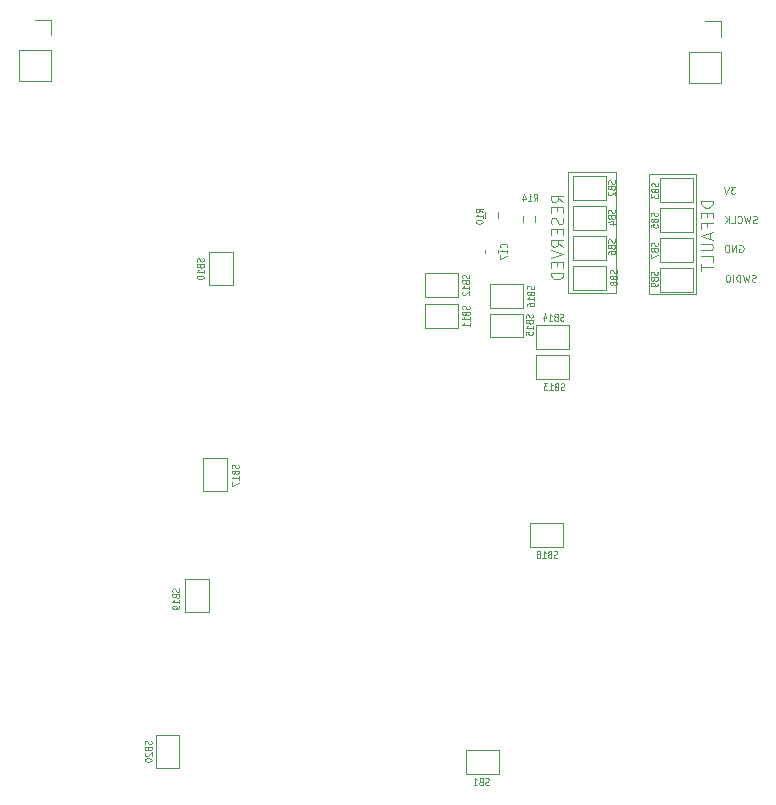
<source format=gbr>
%TF.GenerationSoftware,KiCad,Pcbnew,7.0.1*%
%TF.CreationDate,2023-09-29T14:49:09+07:00*%
%TF.ProjectId,STM32F407xxx,53544d33-3246-4343-9037-7878782e6b69,rev?*%
%TF.SameCoordinates,Original*%
%TF.FileFunction,Legend,Bot*%
%TF.FilePolarity,Positive*%
%FSLAX46Y46*%
G04 Gerber Fmt 4.6, Leading zero omitted, Abs format (unit mm)*
G04 Created by KiCad (PCBNEW 7.0.1) date 2023-09-29 14:49:09*
%MOMM*%
%LPD*%
G01*
G04 APERTURE LIST*
%ADD10C,0.100000*%
%ADD11C,0.125000*%
%ADD12C,0.120000*%
G04 APERTURE END LIST*
D10*
X178192857Y-60815142D02*
X178250000Y-60786571D01*
X178250000Y-60786571D02*
X178335714Y-60786571D01*
X178335714Y-60786571D02*
X178421428Y-60815142D01*
X178421428Y-60815142D02*
X178478571Y-60872285D01*
X178478571Y-60872285D02*
X178507142Y-60929428D01*
X178507142Y-60929428D02*
X178535714Y-61043714D01*
X178535714Y-61043714D02*
X178535714Y-61129428D01*
X178535714Y-61129428D02*
X178507142Y-61243714D01*
X178507142Y-61243714D02*
X178478571Y-61300857D01*
X178478571Y-61300857D02*
X178421428Y-61358000D01*
X178421428Y-61358000D02*
X178335714Y-61386571D01*
X178335714Y-61386571D02*
X178278571Y-61386571D01*
X178278571Y-61386571D02*
X178192857Y-61358000D01*
X178192857Y-61358000D02*
X178164285Y-61329428D01*
X178164285Y-61329428D02*
X178164285Y-61129428D01*
X178164285Y-61129428D02*
X178278571Y-61129428D01*
X177907142Y-61386571D02*
X177907142Y-60786571D01*
X177907142Y-60786571D02*
X177564285Y-61386571D01*
X177564285Y-61386571D02*
X177564285Y-60786571D01*
X177278571Y-61386571D02*
X177278571Y-60786571D01*
X177278571Y-60786571D02*
X177135714Y-60786571D01*
X177135714Y-60786571D02*
X177050000Y-60815142D01*
X177050000Y-60815142D02*
X176992857Y-60872285D01*
X176992857Y-60872285D02*
X176964286Y-60929428D01*
X176964286Y-60929428D02*
X176935714Y-61043714D01*
X176935714Y-61043714D02*
X176935714Y-61129428D01*
X176935714Y-61129428D02*
X176964286Y-61243714D01*
X176964286Y-61243714D02*
X176992857Y-61300857D01*
X176992857Y-61300857D02*
X177050000Y-61358000D01*
X177050000Y-61358000D02*
X177135714Y-61386571D01*
X177135714Y-61386571D02*
X177278571Y-61386571D01*
X177834285Y-55846571D02*
X177462857Y-55846571D01*
X177462857Y-55846571D02*
X177662857Y-56075142D01*
X177662857Y-56075142D02*
X177577142Y-56075142D01*
X177577142Y-56075142D02*
X177520000Y-56103714D01*
X177520000Y-56103714D02*
X177491428Y-56132285D01*
X177491428Y-56132285D02*
X177462857Y-56189428D01*
X177462857Y-56189428D02*
X177462857Y-56332285D01*
X177462857Y-56332285D02*
X177491428Y-56389428D01*
X177491428Y-56389428D02*
X177520000Y-56418000D01*
X177520000Y-56418000D02*
X177577142Y-56446571D01*
X177577142Y-56446571D02*
X177748571Y-56446571D01*
X177748571Y-56446571D02*
X177805714Y-56418000D01*
X177805714Y-56418000D02*
X177834285Y-56389428D01*
X177291428Y-55846571D02*
X177091428Y-56446571D01*
X177091428Y-56446571D02*
X176891428Y-55846571D01*
X179565714Y-63868000D02*
X179480000Y-63896571D01*
X179480000Y-63896571D02*
X179337142Y-63896571D01*
X179337142Y-63896571D02*
X179280000Y-63868000D01*
X179280000Y-63868000D02*
X179251428Y-63839428D01*
X179251428Y-63839428D02*
X179222857Y-63782285D01*
X179222857Y-63782285D02*
X179222857Y-63725142D01*
X179222857Y-63725142D02*
X179251428Y-63668000D01*
X179251428Y-63668000D02*
X179280000Y-63639428D01*
X179280000Y-63639428D02*
X179337142Y-63610857D01*
X179337142Y-63610857D02*
X179451428Y-63582285D01*
X179451428Y-63582285D02*
X179508571Y-63553714D01*
X179508571Y-63553714D02*
X179537142Y-63525142D01*
X179537142Y-63525142D02*
X179565714Y-63468000D01*
X179565714Y-63468000D02*
X179565714Y-63410857D01*
X179565714Y-63410857D02*
X179537142Y-63353714D01*
X179537142Y-63353714D02*
X179508571Y-63325142D01*
X179508571Y-63325142D02*
X179451428Y-63296571D01*
X179451428Y-63296571D02*
X179308571Y-63296571D01*
X179308571Y-63296571D02*
X179222857Y-63325142D01*
X179022856Y-63296571D02*
X178879999Y-63896571D01*
X178879999Y-63896571D02*
X178765713Y-63468000D01*
X178765713Y-63468000D02*
X178651428Y-63896571D01*
X178651428Y-63896571D02*
X178508571Y-63296571D01*
X178279999Y-63896571D02*
X178279999Y-63296571D01*
X178279999Y-63296571D02*
X178137142Y-63296571D01*
X178137142Y-63296571D02*
X178051428Y-63325142D01*
X178051428Y-63325142D02*
X177994285Y-63382285D01*
X177994285Y-63382285D02*
X177965714Y-63439428D01*
X177965714Y-63439428D02*
X177937142Y-63553714D01*
X177937142Y-63553714D02*
X177937142Y-63639428D01*
X177937142Y-63639428D02*
X177965714Y-63753714D01*
X177965714Y-63753714D02*
X177994285Y-63810857D01*
X177994285Y-63810857D02*
X178051428Y-63868000D01*
X178051428Y-63868000D02*
X178137142Y-63896571D01*
X178137142Y-63896571D02*
X178279999Y-63896571D01*
X177679999Y-63896571D02*
X177679999Y-63296571D01*
X177280000Y-63296571D02*
X177165714Y-63296571D01*
X177165714Y-63296571D02*
X177108571Y-63325142D01*
X177108571Y-63325142D02*
X177051428Y-63382285D01*
X177051428Y-63382285D02*
X177022857Y-63496571D01*
X177022857Y-63496571D02*
X177022857Y-63696571D01*
X177022857Y-63696571D02*
X177051428Y-63810857D01*
X177051428Y-63810857D02*
X177108571Y-63868000D01*
X177108571Y-63868000D02*
X177165714Y-63896571D01*
X177165714Y-63896571D02*
X177280000Y-63896571D01*
X177280000Y-63896571D02*
X177337143Y-63868000D01*
X177337143Y-63868000D02*
X177394285Y-63810857D01*
X177394285Y-63810857D02*
X177422857Y-63696571D01*
X177422857Y-63696571D02*
X177422857Y-63496571D01*
X177422857Y-63496571D02*
X177394285Y-63382285D01*
X177394285Y-63382285D02*
X177337143Y-63325142D01*
X177337143Y-63325142D02*
X177280000Y-63296571D01*
X179665714Y-58908000D02*
X179580000Y-58936571D01*
X179580000Y-58936571D02*
X179437142Y-58936571D01*
X179437142Y-58936571D02*
X179380000Y-58908000D01*
X179380000Y-58908000D02*
X179351428Y-58879428D01*
X179351428Y-58879428D02*
X179322857Y-58822285D01*
X179322857Y-58822285D02*
X179322857Y-58765142D01*
X179322857Y-58765142D02*
X179351428Y-58708000D01*
X179351428Y-58708000D02*
X179380000Y-58679428D01*
X179380000Y-58679428D02*
X179437142Y-58650857D01*
X179437142Y-58650857D02*
X179551428Y-58622285D01*
X179551428Y-58622285D02*
X179608571Y-58593714D01*
X179608571Y-58593714D02*
X179637142Y-58565142D01*
X179637142Y-58565142D02*
X179665714Y-58508000D01*
X179665714Y-58508000D02*
X179665714Y-58450857D01*
X179665714Y-58450857D02*
X179637142Y-58393714D01*
X179637142Y-58393714D02*
X179608571Y-58365142D01*
X179608571Y-58365142D02*
X179551428Y-58336571D01*
X179551428Y-58336571D02*
X179408571Y-58336571D01*
X179408571Y-58336571D02*
X179322857Y-58365142D01*
X179122856Y-58336571D02*
X178979999Y-58936571D01*
X178979999Y-58936571D02*
X178865713Y-58508000D01*
X178865713Y-58508000D02*
X178751428Y-58936571D01*
X178751428Y-58936571D02*
X178608571Y-58336571D01*
X178037142Y-58879428D02*
X178065714Y-58908000D01*
X178065714Y-58908000D02*
X178151428Y-58936571D01*
X178151428Y-58936571D02*
X178208571Y-58936571D01*
X178208571Y-58936571D02*
X178294285Y-58908000D01*
X178294285Y-58908000D02*
X178351428Y-58850857D01*
X178351428Y-58850857D02*
X178379999Y-58793714D01*
X178379999Y-58793714D02*
X178408571Y-58679428D01*
X178408571Y-58679428D02*
X178408571Y-58593714D01*
X178408571Y-58593714D02*
X178379999Y-58479428D01*
X178379999Y-58479428D02*
X178351428Y-58422285D01*
X178351428Y-58422285D02*
X178294285Y-58365142D01*
X178294285Y-58365142D02*
X178208571Y-58336571D01*
X178208571Y-58336571D02*
X178151428Y-58336571D01*
X178151428Y-58336571D02*
X178065714Y-58365142D01*
X178065714Y-58365142D02*
X178037142Y-58393714D01*
X177494285Y-58936571D02*
X177779999Y-58936571D01*
X177779999Y-58936571D02*
X177779999Y-58336571D01*
X177294285Y-58936571D02*
X177294285Y-58336571D01*
X176951428Y-58936571D02*
X177208571Y-58593714D01*
X176951428Y-58336571D02*
X177294285Y-58679428D01*
X170500000Y-54762500D02*
X174525000Y-54762500D01*
X174525000Y-64937500D01*
X170500000Y-64937500D01*
X170500000Y-54762500D01*
X163675000Y-54650000D02*
X167700000Y-54650000D01*
X167700000Y-64825000D01*
X163675000Y-64825000D01*
X163675000Y-54650000D01*
D11*
X175957619Y-57058095D02*
X174957619Y-57058095D01*
X174957619Y-57058095D02*
X174957619Y-57296190D01*
X174957619Y-57296190D02*
X175005238Y-57439047D01*
X175005238Y-57439047D02*
X175100476Y-57534285D01*
X175100476Y-57534285D02*
X175195714Y-57581904D01*
X175195714Y-57581904D02*
X175386190Y-57629523D01*
X175386190Y-57629523D02*
X175529047Y-57629523D01*
X175529047Y-57629523D02*
X175719523Y-57581904D01*
X175719523Y-57581904D02*
X175814761Y-57534285D01*
X175814761Y-57534285D02*
X175910000Y-57439047D01*
X175910000Y-57439047D02*
X175957619Y-57296190D01*
X175957619Y-57296190D02*
X175957619Y-57058095D01*
X175433809Y-58058095D02*
X175433809Y-58391428D01*
X175957619Y-58534285D02*
X175957619Y-58058095D01*
X175957619Y-58058095D02*
X174957619Y-58058095D01*
X174957619Y-58058095D02*
X174957619Y-58534285D01*
X175433809Y-59296190D02*
X175433809Y-58962857D01*
X175957619Y-58962857D02*
X174957619Y-58962857D01*
X174957619Y-58962857D02*
X174957619Y-59439047D01*
X175671904Y-59772381D02*
X175671904Y-60248571D01*
X175957619Y-59677143D02*
X174957619Y-60010476D01*
X174957619Y-60010476D02*
X175957619Y-60343809D01*
X174957619Y-60677143D02*
X175767142Y-60677143D01*
X175767142Y-60677143D02*
X175862380Y-60724762D01*
X175862380Y-60724762D02*
X175910000Y-60772381D01*
X175910000Y-60772381D02*
X175957619Y-60867619D01*
X175957619Y-60867619D02*
X175957619Y-61058095D01*
X175957619Y-61058095D02*
X175910000Y-61153333D01*
X175910000Y-61153333D02*
X175862380Y-61200952D01*
X175862380Y-61200952D02*
X175767142Y-61248571D01*
X175767142Y-61248571D02*
X174957619Y-61248571D01*
X175957619Y-62200952D02*
X175957619Y-61724762D01*
X175957619Y-61724762D02*
X174957619Y-61724762D01*
X174957619Y-62391429D02*
X174957619Y-62962857D01*
X175957619Y-62677143D02*
X174957619Y-62677143D01*
X163267619Y-57189523D02*
X162791428Y-56856190D01*
X163267619Y-56618095D02*
X162267619Y-56618095D01*
X162267619Y-56618095D02*
X162267619Y-56999047D01*
X162267619Y-56999047D02*
X162315238Y-57094285D01*
X162315238Y-57094285D02*
X162362857Y-57141904D01*
X162362857Y-57141904D02*
X162458095Y-57189523D01*
X162458095Y-57189523D02*
X162600952Y-57189523D01*
X162600952Y-57189523D02*
X162696190Y-57141904D01*
X162696190Y-57141904D02*
X162743809Y-57094285D01*
X162743809Y-57094285D02*
X162791428Y-56999047D01*
X162791428Y-56999047D02*
X162791428Y-56618095D01*
X162743809Y-57618095D02*
X162743809Y-57951428D01*
X163267619Y-58094285D02*
X163267619Y-57618095D01*
X163267619Y-57618095D02*
X162267619Y-57618095D01*
X162267619Y-57618095D02*
X162267619Y-58094285D01*
X163220000Y-58475238D02*
X163267619Y-58618095D01*
X163267619Y-58618095D02*
X163267619Y-58856190D01*
X163267619Y-58856190D02*
X163220000Y-58951428D01*
X163220000Y-58951428D02*
X163172380Y-58999047D01*
X163172380Y-58999047D02*
X163077142Y-59046666D01*
X163077142Y-59046666D02*
X162981904Y-59046666D01*
X162981904Y-59046666D02*
X162886666Y-58999047D01*
X162886666Y-58999047D02*
X162839047Y-58951428D01*
X162839047Y-58951428D02*
X162791428Y-58856190D01*
X162791428Y-58856190D02*
X162743809Y-58665714D01*
X162743809Y-58665714D02*
X162696190Y-58570476D01*
X162696190Y-58570476D02*
X162648571Y-58522857D01*
X162648571Y-58522857D02*
X162553333Y-58475238D01*
X162553333Y-58475238D02*
X162458095Y-58475238D01*
X162458095Y-58475238D02*
X162362857Y-58522857D01*
X162362857Y-58522857D02*
X162315238Y-58570476D01*
X162315238Y-58570476D02*
X162267619Y-58665714D01*
X162267619Y-58665714D02*
X162267619Y-58903809D01*
X162267619Y-58903809D02*
X162315238Y-59046666D01*
X162743809Y-59475238D02*
X162743809Y-59808571D01*
X163267619Y-59951428D02*
X163267619Y-59475238D01*
X163267619Y-59475238D02*
X162267619Y-59475238D01*
X162267619Y-59475238D02*
X162267619Y-59951428D01*
X163267619Y-60951428D02*
X162791428Y-60618095D01*
X163267619Y-60380000D02*
X162267619Y-60380000D01*
X162267619Y-60380000D02*
X162267619Y-60760952D01*
X162267619Y-60760952D02*
X162315238Y-60856190D01*
X162315238Y-60856190D02*
X162362857Y-60903809D01*
X162362857Y-60903809D02*
X162458095Y-60951428D01*
X162458095Y-60951428D02*
X162600952Y-60951428D01*
X162600952Y-60951428D02*
X162696190Y-60903809D01*
X162696190Y-60903809D02*
X162743809Y-60856190D01*
X162743809Y-60856190D02*
X162791428Y-60760952D01*
X162791428Y-60760952D02*
X162791428Y-60380000D01*
X162267619Y-61237143D02*
X163267619Y-61570476D01*
X163267619Y-61570476D02*
X162267619Y-61903809D01*
X162743809Y-62237143D02*
X162743809Y-62570476D01*
X163267619Y-62713333D02*
X163267619Y-62237143D01*
X163267619Y-62237143D02*
X162267619Y-62237143D01*
X162267619Y-62237143D02*
X162267619Y-62713333D01*
X163267619Y-63141905D02*
X162267619Y-63141905D01*
X162267619Y-63141905D02*
X162267619Y-63380000D01*
X162267619Y-63380000D02*
X162315238Y-63522857D01*
X162315238Y-63522857D02*
X162410476Y-63618095D01*
X162410476Y-63618095D02*
X162505714Y-63665714D01*
X162505714Y-63665714D02*
X162696190Y-63713333D01*
X162696190Y-63713333D02*
X162839047Y-63713333D01*
X162839047Y-63713333D02*
X163029523Y-63665714D01*
X163029523Y-63665714D02*
X163124761Y-63618095D01*
X163124761Y-63618095D02*
X163220000Y-63522857D01*
X163220000Y-63522857D02*
X163267619Y-63380000D01*
X163267619Y-63380000D02*
X163267619Y-63141905D01*
D10*
%TO.C,SB7*%
X171274000Y-60594048D02*
X171302571Y-60665476D01*
X171302571Y-60665476D02*
X171302571Y-60784524D01*
X171302571Y-60784524D02*
X171274000Y-60832143D01*
X171274000Y-60832143D02*
X171245428Y-60855952D01*
X171245428Y-60855952D02*
X171188285Y-60879762D01*
X171188285Y-60879762D02*
X171131142Y-60879762D01*
X171131142Y-60879762D02*
X171074000Y-60855952D01*
X171074000Y-60855952D02*
X171045428Y-60832143D01*
X171045428Y-60832143D02*
X171016857Y-60784524D01*
X171016857Y-60784524D02*
X170988285Y-60689286D01*
X170988285Y-60689286D02*
X170959714Y-60641667D01*
X170959714Y-60641667D02*
X170931142Y-60617857D01*
X170931142Y-60617857D02*
X170874000Y-60594048D01*
X170874000Y-60594048D02*
X170816857Y-60594048D01*
X170816857Y-60594048D02*
X170759714Y-60617857D01*
X170759714Y-60617857D02*
X170731142Y-60641667D01*
X170731142Y-60641667D02*
X170702571Y-60689286D01*
X170702571Y-60689286D02*
X170702571Y-60808333D01*
X170702571Y-60808333D02*
X170731142Y-60879762D01*
X170988285Y-61260714D02*
X171016857Y-61332142D01*
X171016857Y-61332142D02*
X171045428Y-61355952D01*
X171045428Y-61355952D02*
X171102571Y-61379761D01*
X171102571Y-61379761D02*
X171188285Y-61379761D01*
X171188285Y-61379761D02*
X171245428Y-61355952D01*
X171245428Y-61355952D02*
X171274000Y-61332142D01*
X171274000Y-61332142D02*
X171302571Y-61284523D01*
X171302571Y-61284523D02*
X171302571Y-61094047D01*
X171302571Y-61094047D02*
X170702571Y-61094047D01*
X170702571Y-61094047D02*
X170702571Y-61260714D01*
X170702571Y-61260714D02*
X170731142Y-61308333D01*
X170731142Y-61308333D02*
X170759714Y-61332142D01*
X170759714Y-61332142D02*
X170816857Y-61355952D01*
X170816857Y-61355952D02*
X170874000Y-61355952D01*
X170874000Y-61355952D02*
X170931142Y-61332142D01*
X170931142Y-61332142D02*
X170959714Y-61308333D01*
X170959714Y-61308333D02*
X170988285Y-61260714D01*
X170988285Y-61260714D02*
X170988285Y-61094047D01*
X170702571Y-61546428D02*
X170702571Y-61879761D01*
X170702571Y-61879761D02*
X171302571Y-61665476D01*
%TO.C,SB20*%
X128399000Y-102800953D02*
X128427571Y-102872381D01*
X128427571Y-102872381D02*
X128427571Y-102991429D01*
X128427571Y-102991429D02*
X128399000Y-103039048D01*
X128399000Y-103039048D02*
X128370428Y-103062857D01*
X128370428Y-103062857D02*
X128313285Y-103086667D01*
X128313285Y-103086667D02*
X128256142Y-103086667D01*
X128256142Y-103086667D02*
X128199000Y-103062857D01*
X128199000Y-103062857D02*
X128170428Y-103039048D01*
X128170428Y-103039048D02*
X128141857Y-102991429D01*
X128141857Y-102991429D02*
X128113285Y-102896191D01*
X128113285Y-102896191D02*
X128084714Y-102848572D01*
X128084714Y-102848572D02*
X128056142Y-102824762D01*
X128056142Y-102824762D02*
X127999000Y-102800953D01*
X127999000Y-102800953D02*
X127941857Y-102800953D01*
X127941857Y-102800953D02*
X127884714Y-102824762D01*
X127884714Y-102824762D02*
X127856142Y-102848572D01*
X127856142Y-102848572D02*
X127827571Y-102896191D01*
X127827571Y-102896191D02*
X127827571Y-103015238D01*
X127827571Y-103015238D02*
X127856142Y-103086667D01*
X128113285Y-103467619D02*
X128141857Y-103539047D01*
X128141857Y-103539047D02*
X128170428Y-103562857D01*
X128170428Y-103562857D02*
X128227571Y-103586666D01*
X128227571Y-103586666D02*
X128313285Y-103586666D01*
X128313285Y-103586666D02*
X128370428Y-103562857D01*
X128370428Y-103562857D02*
X128399000Y-103539047D01*
X128399000Y-103539047D02*
X128427571Y-103491428D01*
X128427571Y-103491428D02*
X128427571Y-103300952D01*
X128427571Y-103300952D02*
X127827571Y-103300952D01*
X127827571Y-103300952D02*
X127827571Y-103467619D01*
X127827571Y-103467619D02*
X127856142Y-103515238D01*
X127856142Y-103515238D02*
X127884714Y-103539047D01*
X127884714Y-103539047D02*
X127941857Y-103562857D01*
X127941857Y-103562857D02*
X127999000Y-103562857D01*
X127999000Y-103562857D02*
X128056142Y-103539047D01*
X128056142Y-103539047D02*
X128084714Y-103515238D01*
X128084714Y-103515238D02*
X128113285Y-103467619D01*
X128113285Y-103467619D02*
X128113285Y-103300952D01*
X127884714Y-103777143D02*
X127856142Y-103800952D01*
X127856142Y-103800952D02*
X127827571Y-103848571D01*
X127827571Y-103848571D02*
X127827571Y-103967619D01*
X127827571Y-103967619D02*
X127856142Y-104015238D01*
X127856142Y-104015238D02*
X127884714Y-104039047D01*
X127884714Y-104039047D02*
X127941857Y-104062857D01*
X127941857Y-104062857D02*
X127999000Y-104062857D01*
X127999000Y-104062857D02*
X128084714Y-104039047D01*
X128084714Y-104039047D02*
X128427571Y-103753333D01*
X128427571Y-103753333D02*
X128427571Y-104062857D01*
X127827571Y-104372380D02*
X127827571Y-104419999D01*
X127827571Y-104419999D02*
X127856142Y-104467618D01*
X127856142Y-104467618D02*
X127884714Y-104491428D01*
X127884714Y-104491428D02*
X127941857Y-104515237D01*
X127941857Y-104515237D02*
X128056142Y-104539047D01*
X128056142Y-104539047D02*
X128199000Y-104539047D01*
X128199000Y-104539047D02*
X128313285Y-104515237D01*
X128313285Y-104515237D02*
X128370428Y-104491428D01*
X128370428Y-104491428D02*
X128399000Y-104467618D01*
X128399000Y-104467618D02*
X128427571Y-104419999D01*
X128427571Y-104419999D02*
X128427571Y-104372380D01*
X128427571Y-104372380D02*
X128399000Y-104324761D01*
X128399000Y-104324761D02*
X128370428Y-104300952D01*
X128370428Y-104300952D02*
X128313285Y-104277142D01*
X128313285Y-104277142D02*
X128199000Y-104253333D01*
X128199000Y-104253333D02*
X128056142Y-104253333D01*
X128056142Y-104253333D02*
X127941857Y-104277142D01*
X127941857Y-104277142D02*
X127884714Y-104300952D01*
X127884714Y-104300952D02*
X127856142Y-104324761D01*
X127856142Y-104324761D02*
X127827571Y-104372380D01*
%TO.C,C17*%
X158470428Y-61003571D02*
X158499000Y-60979762D01*
X158499000Y-60979762D02*
X158527571Y-60908333D01*
X158527571Y-60908333D02*
X158527571Y-60860714D01*
X158527571Y-60860714D02*
X158499000Y-60789286D01*
X158499000Y-60789286D02*
X158441857Y-60741667D01*
X158441857Y-60741667D02*
X158384714Y-60717857D01*
X158384714Y-60717857D02*
X158270428Y-60694048D01*
X158270428Y-60694048D02*
X158184714Y-60694048D01*
X158184714Y-60694048D02*
X158070428Y-60717857D01*
X158070428Y-60717857D02*
X158013285Y-60741667D01*
X158013285Y-60741667D02*
X157956142Y-60789286D01*
X157956142Y-60789286D02*
X157927571Y-60860714D01*
X157927571Y-60860714D02*
X157927571Y-60908333D01*
X157927571Y-60908333D02*
X157956142Y-60979762D01*
X157956142Y-60979762D02*
X157984714Y-61003571D01*
X158527571Y-61479762D02*
X158527571Y-61194048D01*
X158527571Y-61336905D02*
X157927571Y-61336905D01*
X157927571Y-61336905D02*
X158013285Y-61289286D01*
X158013285Y-61289286D02*
X158070428Y-61241667D01*
X158070428Y-61241667D02*
X158099000Y-61194048D01*
X157927571Y-61646428D02*
X157927571Y-61979761D01*
X157927571Y-61979761D02*
X158527571Y-61765476D01*
%TO.C,SB9*%
X171249000Y-63044048D02*
X171277571Y-63115476D01*
X171277571Y-63115476D02*
X171277571Y-63234524D01*
X171277571Y-63234524D02*
X171249000Y-63282143D01*
X171249000Y-63282143D02*
X171220428Y-63305952D01*
X171220428Y-63305952D02*
X171163285Y-63329762D01*
X171163285Y-63329762D02*
X171106142Y-63329762D01*
X171106142Y-63329762D02*
X171049000Y-63305952D01*
X171049000Y-63305952D02*
X171020428Y-63282143D01*
X171020428Y-63282143D02*
X170991857Y-63234524D01*
X170991857Y-63234524D02*
X170963285Y-63139286D01*
X170963285Y-63139286D02*
X170934714Y-63091667D01*
X170934714Y-63091667D02*
X170906142Y-63067857D01*
X170906142Y-63067857D02*
X170849000Y-63044048D01*
X170849000Y-63044048D02*
X170791857Y-63044048D01*
X170791857Y-63044048D02*
X170734714Y-63067857D01*
X170734714Y-63067857D02*
X170706142Y-63091667D01*
X170706142Y-63091667D02*
X170677571Y-63139286D01*
X170677571Y-63139286D02*
X170677571Y-63258333D01*
X170677571Y-63258333D02*
X170706142Y-63329762D01*
X170963285Y-63710714D02*
X170991857Y-63782142D01*
X170991857Y-63782142D02*
X171020428Y-63805952D01*
X171020428Y-63805952D02*
X171077571Y-63829761D01*
X171077571Y-63829761D02*
X171163285Y-63829761D01*
X171163285Y-63829761D02*
X171220428Y-63805952D01*
X171220428Y-63805952D02*
X171249000Y-63782142D01*
X171249000Y-63782142D02*
X171277571Y-63734523D01*
X171277571Y-63734523D02*
X171277571Y-63544047D01*
X171277571Y-63544047D02*
X170677571Y-63544047D01*
X170677571Y-63544047D02*
X170677571Y-63710714D01*
X170677571Y-63710714D02*
X170706142Y-63758333D01*
X170706142Y-63758333D02*
X170734714Y-63782142D01*
X170734714Y-63782142D02*
X170791857Y-63805952D01*
X170791857Y-63805952D02*
X170849000Y-63805952D01*
X170849000Y-63805952D02*
X170906142Y-63782142D01*
X170906142Y-63782142D02*
X170934714Y-63758333D01*
X170934714Y-63758333D02*
X170963285Y-63710714D01*
X170963285Y-63710714D02*
X170963285Y-63544047D01*
X171277571Y-64067857D02*
X171277571Y-64163095D01*
X171277571Y-64163095D02*
X171249000Y-64210714D01*
X171249000Y-64210714D02*
X171220428Y-64234523D01*
X171220428Y-64234523D02*
X171134714Y-64282142D01*
X171134714Y-64282142D02*
X171020428Y-64305952D01*
X171020428Y-64305952D02*
X170791857Y-64305952D01*
X170791857Y-64305952D02*
X170734714Y-64282142D01*
X170734714Y-64282142D02*
X170706142Y-64258333D01*
X170706142Y-64258333D02*
X170677571Y-64210714D01*
X170677571Y-64210714D02*
X170677571Y-64115476D01*
X170677571Y-64115476D02*
X170706142Y-64067857D01*
X170706142Y-64067857D02*
X170734714Y-64044047D01*
X170734714Y-64044047D02*
X170791857Y-64020238D01*
X170791857Y-64020238D02*
X170934714Y-64020238D01*
X170934714Y-64020238D02*
X170991857Y-64044047D01*
X170991857Y-64044047D02*
X171020428Y-64067857D01*
X171020428Y-64067857D02*
X171049000Y-64115476D01*
X171049000Y-64115476D02*
X171049000Y-64210714D01*
X171049000Y-64210714D02*
X171020428Y-64258333D01*
X171020428Y-64258333D02*
X170991857Y-64282142D01*
X170991857Y-64282142D02*
X170934714Y-64305952D01*
%TO.C,SB11*%
X155309000Y-65950953D02*
X155337571Y-66022381D01*
X155337571Y-66022381D02*
X155337571Y-66141429D01*
X155337571Y-66141429D02*
X155309000Y-66189048D01*
X155309000Y-66189048D02*
X155280428Y-66212857D01*
X155280428Y-66212857D02*
X155223285Y-66236667D01*
X155223285Y-66236667D02*
X155166142Y-66236667D01*
X155166142Y-66236667D02*
X155109000Y-66212857D01*
X155109000Y-66212857D02*
X155080428Y-66189048D01*
X155080428Y-66189048D02*
X155051857Y-66141429D01*
X155051857Y-66141429D02*
X155023285Y-66046191D01*
X155023285Y-66046191D02*
X154994714Y-65998572D01*
X154994714Y-65998572D02*
X154966142Y-65974762D01*
X154966142Y-65974762D02*
X154909000Y-65950953D01*
X154909000Y-65950953D02*
X154851857Y-65950953D01*
X154851857Y-65950953D02*
X154794714Y-65974762D01*
X154794714Y-65974762D02*
X154766142Y-65998572D01*
X154766142Y-65998572D02*
X154737571Y-66046191D01*
X154737571Y-66046191D02*
X154737571Y-66165238D01*
X154737571Y-66165238D02*
X154766142Y-66236667D01*
X155023285Y-66617619D02*
X155051857Y-66689047D01*
X155051857Y-66689047D02*
X155080428Y-66712857D01*
X155080428Y-66712857D02*
X155137571Y-66736666D01*
X155137571Y-66736666D02*
X155223285Y-66736666D01*
X155223285Y-66736666D02*
X155280428Y-66712857D01*
X155280428Y-66712857D02*
X155309000Y-66689047D01*
X155309000Y-66689047D02*
X155337571Y-66641428D01*
X155337571Y-66641428D02*
X155337571Y-66450952D01*
X155337571Y-66450952D02*
X154737571Y-66450952D01*
X154737571Y-66450952D02*
X154737571Y-66617619D01*
X154737571Y-66617619D02*
X154766142Y-66665238D01*
X154766142Y-66665238D02*
X154794714Y-66689047D01*
X154794714Y-66689047D02*
X154851857Y-66712857D01*
X154851857Y-66712857D02*
X154909000Y-66712857D01*
X154909000Y-66712857D02*
X154966142Y-66689047D01*
X154966142Y-66689047D02*
X154994714Y-66665238D01*
X154994714Y-66665238D02*
X155023285Y-66617619D01*
X155023285Y-66617619D02*
X155023285Y-66450952D01*
X155337571Y-67212857D02*
X155337571Y-66927143D01*
X155337571Y-67070000D02*
X154737571Y-67070000D01*
X154737571Y-67070000D02*
X154823285Y-67022381D01*
X154823285Y-67022381D02*
X154880428Y-66974762D01*
X154880428Y-66974762D02*
X154909000Y-66927143D01*
X155337571Y-67689047D02*
X155337571Y-67403333D01*
X155337571Y-67546190D02*
X154737571Y-67546190D01*
X154737571Y-67546190D02*
X154823285Y-67498571D01*
X154823285Y-67498571D02*
X154880428Y-67450952D01*
X154880428Y-67450952D02*
X154909000Y-67403333D01*
%TO.C,R10*%
X156457571Y-58028571D02*
X156171857Y-57861905D01*
X156457571Y-57742857D02*
X155857571Y-57742857D01*
X155857571Y-57742857D02*
X155857571Y-57933333D01*
X155857571Y-57933333D02*
X155886142Y-57980952D01*
X155886142Y-57980952D02*
X155914714Y-58004762D01*
X155914714Y-58004762D02*
X155971857Y-58028571D01*
X155971857Y-58028571D02*
X156057571Y-58028571D01*
X156057571Y-58028571D02*
X156114714Y-58004762D01*
X156114714Y-58004762D02*
X156143285Y-57980952D01*
X156143285Y-57980952D02*
X156171857Y-57933333D01*
X156171857Y-57933333D02*
X156171857Y-57742857D01*
X156457571Y-58504762D02*
X156457571Y-58219048D01*
X156457571Y-58361905D02*
X155857571Y-58361905D01*
X155857571Y-58361905D02*
X155943285Y-58314286D01*
X155943285Y-58314286D02*
X156000428Y-58266667D01*
X156000428Y-58266667D02*
X156029000Y-58219048D01*
X155857571Y-58814285D02*
X155857571Y-58861904D01*
X155857571Y-58861904D02*
X155886142Y-58909523D01*
X155886142Y-58909523D02*
X155914714Y-58933333D01*
X155914714Y-58933333D02*
X155971857Y-58957142D01*
X155971857Y-58957142D02*
X156086142Y-58980952D01*
X156086142Y-58980952D02*
X156229000Y-58980952D01*
X156229000Y-58980952D02*
X156343285Y-58957142D01*
X156343285Y-58957142D02*
X156400428Y-58933333D01*
X156400428Y-58933333D02*
X156429000Y-58909523D01*
X156429000Y-58909523D02*
X156457571Y-58861904D01*
X156457571Y-58861904D02*
X156457571Y-58814285D01*
X156457571Y-58814285D02*
X156429000Y-58766666D01*
X156429000Y-58766666D02*
X156400428Y-58742857D01*
X156400428Y-58742857D02*
X156343285Y-58719047D01*
X156343285Y-58719047D02*
X156229000Y-58695238D01*
X156229000Y-58695238D02*
X156086142Y-58695238D01*
X156086142Y-58695238D02*
X155971857Y-58719047D01*
X155971857Y-58719047D02*
X155914714Y-58742857D01*
X155914714Y-58742857D02*
X155886142Y-58766666D01*
X155886142Y-58766666D02*
X155857571Y-58814285D01*
%TO.C,SB8*%
X167799000Y-62919048D02*
X167827571Y-62990476D01*
X167827571Y-62990476D02*
X167827571Y-63109524D01*
X167827571Y-63109524D02*
X167799000Y-63157143D01*
X167799000Y-63157143D02*
X167770428Y-63180952D01*
X167770428Y-63180952D02*
X167713285Y-63204762D01*
X167713285Y-63204762D02*
X167656142Y-63204762D01*
X167656142Y-63204762D02*
X167599000Y-63180952D01*
X167599000Y-63180952D02*
X167570428Y-63157143D01*
X167570428Y-63157143D02*
X167541857Y-63109524D01*
X167541857Y-63109524D02*
X167513285Y-63014286D01*
X167513285Y-63014286D02*
X167484714Y-62966667D01*
X167484714Y-62966667D02*
X167456142Y-62942857D01*
X167456142Y-62942857D02*
X167399000Y-62919048D01*
X167399000Y-62919048D02*
X167341857Y-62919048D01*
X167341857Y-62919048D02*
X167284714Y-62942857D01*
X167284714Y-62942857D02*
X167256142Y-62966667D01*
X167256142Y-62966667D02*
X167227571Y-63014286D01*
X167227571Y-63014286D02*
X167227571Y-63133333D01*
X167227571Y-63133333D02*
X167256142Y-63204762D01*
X167513285Y-63585714D02*
X167541857Y-63657142D01*
X167541857Y-63657142D02*
X167570428Y-63680952D01*
X167570428Y-63680952D02*
X167627571Y-63704761D01*
X167627571Y-63704761D02*
X167713285Y-63704761D01*
X167713285Y-63704761D02*
X167770428Y-63680952D01*
X167770428Y-63680952D02*
X167799000Y-63657142D01*
X167799000Y-63657142D02*
X167827571Y-63609523D01*
X167827571Y-63609523D02*
X167827571Y-63419047D01*
X167827571Y-63419047D02*
X167227571Y-63419047D01*
X167227571Y-63419047D02*
X167227571Y-63585714D01*
X167227571Y-63585714D02*
X167256142Y-63633333D01*
X167256142Y-63633333D02*
X167284714Y-63657142D01*
X167284714Y-63657142D02*
X167341857Y-63680952D01*
X167341857Y-63680952D02*
X167399000Y-63680952D01*
X167399000Y-63680952D02*
X167456142Y-63657142D01*
X167456142Y-63657142D02*
X167484714Y-63633333D01*
X167484714Y-63633333D02*
X167513285Y-63585714D01*
X167513285Y-63585714D02*
X167513285Y-63419047D01*
X167484714Y-63990476D02*
X167456142Y-63942857D01*
X167456142Y-63942857D02*
X167427571Y-63919047D01*
X167427571Y-63919047D02*
X167370428Y-63895238D01*
X167370428Y-63895238D02*
X167341857Y-63895238D01*
X167341857Y-63895238D02*
X167284714Y-63919047D01*
X167284714Y-63919047D02*
X167256142Y-63942857D01*
X167256142Y-63942857D02*
X167227571Y-63990476D01*
X167227571Y-63990476D02*
X167227571Y-64085714D01*
X167227571Y-64085714D02*
X167256142Y-64133333D01*
X167256142Y-64133333D02*
X167284714Y-64157142D01*
X167284714Y-64157142D02*
X167341857Y-64180952D01*
X167341857Y-64180952D02*
X167370428Y-64180952D01*
X167370428Y-64180952D02*
X167427571Y-64157142D01*
X167427571Y-64157142D02*
X167456142Y-64133333D01*
X167456142Y-64133333D02*
X167484714Y-64085714D01*
X167484714Y-64085714D02*
X167484714Y-63990476D01*
X167484714Y-63990476D02*
X167513285Y-63942857D01*
X167513285Y-63942857D02*
X167541857Y-63919047D01*
X167541857Y-63919047D02*
X167599000Y-63895238D01*
X167599000Y-63895238D02*
X167713285Y-63895238D01*
X167713285Y-63895238D02*
X167770428Y-63919047D01*
X167770428Y-63919047D02*
X167799000Y-63942857D01*
X167799000Y-63942857D02*
X167827571Y-63990476D01*
X167827571Y-63990476D02*
X167827571Y-64085714D01*
X167827571Y-64085714D02*
X167799000Y-64133333D01*
X167799000Y-64133333D02*
X167770428Y-64157142D01*
X167770428Y-64157142D02*
X167713285Y-64180952D01*
X167713285Y-64180952D02*
X167599000Y-64180952D01*
X167599000Y-64180952D02*
X167541857Y-64157142D01*
X167541857Y-64157142D02*
X167513285Y-64133333D01*
X167513285Y-64133333D02*
X167484714Y-64085714D01*
%TO.C,SB10*%
X132799000Y-61930953D02*
X132827571Y-62002381D01*
X132827571Y-62002381D02*
X132827571Y-62121429D01*
X132827571Y-62121429D02*
X132799000Y-62169048D01*
X132799000Y-62169048D02*
X132770428Y-62192857D01*
X132770428Y-62192857D02*
X132713285Y-62216667D01*
X132713285Y-62216667D02*
X132656142Y-62216667D01*
X132656142Y-62216667D02*
X132599000Y-62192857D01*
X132599000Y-62192857D02*
X132570428Y-62169048D01*
X132570428Y-62169048D02*
X132541857Y-62121429D01*
X132541857Y-62121429D02*
X132513285Y-62026191D01*
X132513285Y-62026191D02*
X132484714Y-61978572D01*
X132484714Y-61978572D02*
X132456142Y-61954762D01*
X132456142Y-61954762D02*
X132399000Y-61930953D01*
X132399000Y-61930953D02*
X132341857Y-61930953D01*
X132341857Y-61930953D02*
X132284714Y-61954762D01*
X132284714Y-61954762D02*
X132256142Y-61978572D01*
X132256142Y-61978572D02*
X132227571Y-62026191D01*
X132227571Y-62026191D02*
X132227571Y-62145238D01*
X132227571Y-62145238D02*
X132256142Y-62216667D01*
X132513285Y-62597619D02*
X132541857Y-62669047D01*
X132541857Y-62669047D02*
X132570428Y-62692857D01*
X132570428Y-62692857D02*
X132627571Y-62716666D01*
X132627571Y-62716666D02*
X132713285Y-62716666D01*
X132713285Y-62716666D02*
X132770428Y-62692857D01*
X132770428Y-62692857D02*
X132799000Y-62669047D01*
X132799000Y-62669047D02*
X132827571Y-62621428D01*
X132827571Y-62621428D02*
X132827571Y-62430952D01*
X132827571Y-62430952D02*
X132227571Y-62430952D01*
X132227571Y-62430952D02*
X132227571Y-62597619D01*
X132227571Y-62597619D02*
X132256142Y-62645238D01*
X132256142Y-62645238D02*
X132284714Y-62669047D01*
X132284714Y-62669047D02*
X132341857Y-62692857D01*
X132341857Y-62692857D02*
X132399000Y-62692857D01*
X132399000Y-62692857D02*
X132456142Y-62669047D01*
X132456142Y-62669047D02*
X132484714Y-62645238D01*
X132484714Y-62645238D02*
X132513285Y-62597619D01*
X132513285Y-62597619D02*
X132513285Y-62430952D01*
X132827571Y-63192857D02*
X132827571Y-62907143D01*
X132827571Y-63050000D02*
X132227571Y-63050000D01*
X132227571Y-63050000D02*
X132313285Y-63002381D01*
X132313285Y-63002381D02*
X132370428Y-62954762D01*
X132370428Y-62954762D02*
X132399000Y-62907143D01*
X132227571Y-63502380D02*
X132227571Y-63549999D01*
X132227571Y-63549999D02*
X132256142Y-63597618D01*
X132256142Y-63597618D02*
X132284714Y-63621428D01*
X132284714Y-63621428D02*
X132341857Y-63645237D01*
X132341857Y-63645237D02*
X132456142Y-63669047D01*
X132456142Y-63669047D02*
X132599000Y-63669047D01*
X132599000Y-63669047D02*
X132713285Y-63645237D01*
X132713285Y-63645237D02*
X132770428Y-63621428D01*
X132770428Y-63621428D02*
X132799000Y-63597618D01*
X132799000Y-63597618D02*
X132827571Y-63549999D01*
X132827571Y-63549999D02*
X132827571Y-63502380D01*
X132827571Y-63502380D02*
X132799000Y-63454761D01*
X132799000Y-63454761D02*
X132770428Y-63430952D01*
X132770428Y-63430952D02*
X132713285Y-63407142D01*
X132713285Y-63407142D02*
X132599000Y-63383333D01*
X132599000Y-63383333D02*
X132456142Y-63383333D01*
X132456142Y-63383333D02*
X132341857Y-63407142D01*
X132341857Y-63407142D02*
X132284714Y-63430952D01*
X132284714Y-63430952D02*
X132256142Y-63454761D01*
X132256142Y-63454761D02*
X132227571Y-63502380D01*
%TO.C,SB16*%
X160789000Y-64250953D02*
X160817571Y-64322381D01*
X160817571Y-64322381D02*
X160817571Y-64441429D01*
X160817571Y-64441429D02*
X160789000Y-64489048D01*
X160789000Y-64489048D02*
X160760428Y-64512857D01*
X160760428Y-64512857D02*
X160703285Y-64536667D01*
X160703285Y-64536667D02*
X160646142Y-64536667D01*
X160646142Y-64536667D02*
X160589000Y-64512857D01*
X160589000Y-64512857D02*
X160560428Y-64489048D01*
X160560428Y-64489048D02*
X160531857Y-64441429D01*
X160531857Y-64441429D02*
X160503285Y-64346191D01*
X160503285Y-64346191D02*
X160474714Y-64298572D01*
X160474714Y-64298572D02*
X160446142Y-64274762D01*
X160446142Y-64274762D02*
X160389000Y-64250953D01*
X160389000Y-64250953D02*
X160331857Y-64250953D01*
X160331857Y-64250953D02*
X160274714Y-64274762D01*
X160274714Y-64274762D02*
X160246142Y-64298572D01*
X160246142Y-64298572D02*
X160217571Y-64346191D01*
X160217571Y-64346191D02*
X160217571Y-64465238D01*
X160217571Y-64465238D02*
X160246142Y-64536667D01*
X160503285Y-64917619D02*
X160531857Y-64989047D01*
X160531857Y-64989047D02*
X160560428Y-65012857D01*
X160560428Y-65012857D02*
X160617571Y-65036666D01*
X160617571Y-65036666D02*
X160703285Y-65036666D01*
X160703285Y-65036666D02*
X160760428Y-65012857D01*
X160760428Y-65012857D02*
X160789000Y-64989047D01*
X160789000Y-64989047D02*
X160817571Y-64941428D01*
X160817571Y-64941428D02*
X160817571Y-64750952D01*
X160817571Y-64750952D02*
X160217571Y-64750952D01*
X160217571Y-64750952D02*
X160217571Y-64917619D01*
X160217571Y-64917619D02*
X160246142Y-64965238D01*
X160246142Y-64965238D02*
X160274714Y-64989047D01*
X160274714Y-64989047D02*
X160331857Y-65012857D01*
X160331857Y-65012857D02*
X160389000Y-65012857D01*
X160389000Y-65012857D02*
X160446142Y-64989047D01*
X160446142Y-64989047D02*
X160474714Y-64965238D01*
X160474714Y-64965238D02*
X160503285Y-64917619D01*
X160503285Y-64917619D02*
X160503285Y-64750952D01*
X160817571Y-65512857D02*
X160817571Y-65227143D01*
X160817571Y-65370000D02*
X160217571Y-65370000D01*
X160217571Y-65370000D02*
X160303285Y-65322381D01*
X160303285Y-65322381D02*
X160360428Y-65274762D01*
X160360428Y-65274762D02*
X160389000Y-65227143D01*
X160217571Y-65941428D02*
X160217571Y-65846190D01*
X160217571Y-65846190D02*
X160246142Y-65798571D01*
X160246142Y-65798571D02*
X160274714Y-65774761D01*
X160274714Y-65774761D02*
X160360428Y-65727142D01*
X160360428Y-65727142D02*
X160474714Y-65703333D01*
X160474714Y-65703333D02*
X160703285Y-65703333D01*
X160703285Y-65703333D02*
X160760428Y-65727142D01*
X160760428Y-65727142D02*
X160789000Y-65750952D01*
X160789000Y-65750952D02*
X160817571Y-65798571D01*
X160817571Y-65798571D02*
X160817571Y-65893809D01*
X160817571Y-65893809D02*
X160789000Y-65941428D01*
X160789000Y-65941428D02*
X160760428Y-65965237D01*
X160760428Y-65965237D02*
X160703285Y-65989047D01*
X160703285Y-65989047D02*
X160560428Y-65989047D01*
X160560428Y-65989047D02*
X160503285Y-65965237D01*
X160503285Y-65965237D02*
X160474714Y-65941428D01*
X160474714Y-65941428D02*
X160446142Y-65893809D01*
X160446142Y-65893809D02*
X160446142Y-65798571D01*
X160446142Y-65798571D02*
X160474714Y-65750952D01*
X160474714Y-65750952D02*
X160503285Y-65727142D01*
X160503285Y-65727142D02*
X160560428Y-65703333D01*
%TO.C,SB17*%
X135759000Y-79400953D02*
X135787571Y-79472381D01*
X135787571Y-79472381D02*
X135787571Y-79591429D01*
X135787571Y-79591429D02*
X135759000Y-79639048D01*
X135759000Y-79639048D02*
X135730428Y-79662857D01*
X135730428Y-79662857D02*
X135673285Y-79686667D01*
X135673285Y-79686667D02*
X135616142Y-79686667D01*
X135616142Y-79686667D02*
X135559000Y-79662857D01*
X135559000Y-79662857D02*
X135530428Y-79639048D01*
X135530428Y-79639048D02*
X135501857Y-79591429D01*
X135501857Y-79591429D02*
X135473285Y-79496191D01*
X135473285Y-79496191D02*
X135444714Y-79448572D01*
X135444714Y-79448572D02*
X135416142Y-79424762D01*
X135416142Y-79424762D02*
X135359000Y-79400953D01*
X135359000Y-79400953D02*
X135301857Y-79400953D01*
X135301857Y-79400953D02*
X135244714Y-79424762D01*
X135244714Y-79424762D02*
X135216142Y-79448572D01*
X135216142Y-79448572D02*
X135187571Y-79496191D01*
X135187571Y-79496191D02*
X135187571Y-79615238D01*
X135187571Y-79615238D02*
X135216142Y-79686667D01*
X135473285Y-80067619D02*
X135501857Y-80139047D01*
X135501857Y-80139047D02*
X135530428Y-80162857D01*
X135530428Y-80162857D02*
X135587571Y-80186666D01*
X135587571Y-80186666D02*
X135673285Y-80186666D01*
X135673285Y-80186666D02*
X135730428Y-80162857D01*
X135730428Y-80162857D02*
X135759000Y-80139047D01*
X135759000Y-80139047D02*
X135787571Y-80091428D01*
X135787571Y-80091428D02*
X135787571Y-79900952D01*
X135787571Y-79900952D02*
X135187571Y-79900952D01*
X135187571Y-79900952D02*
X135187571Y-80067619D01*
X135187571Y-80067619D02*
X135216142Y-80115238D01*
X135216142Y-80115238D02*
X135244714Y-80139047D01*
X135244714Y-80139047D02*
X135301857Y-80162857D01*
X135301857Y-80162857D02*
X135359000Y-80162857D01*
X135359000Y-80162857D02*
X135416142Y-80139047D01*
X135416142Y-80139047D02*
X135444714Y-80115238D01*
X135444714Y-80115238D02*
X135473285Y-80067619D01*
X135473285Y-80067619D02*
X135473285Y-79900952D01*
X135787571Y-80662857D02*
X135787571Y-80377143D01*
X135787571Y-80520000D02*
X135187571Y-80520000D01*
X135187571Y-80520000D02*
X135273285Y-80472381D01*
X135273285Y-80472381D02*
X135330428Y-80424762D01*
X135330428Y-80424762D02*
X135359000Y-80377143D01*
X135187571Y-80829523D02*
X135187571Y-81162856D01*
X135187571Y-81162856D02*
X135787571Y-80948571D01*
%TO.C,SB18*%
X162769046Y-87269000D02*
X162697618Y-87297571D01*
X162697618Y-87297571D02*
X162578570Y-87297571D01*
X162578570Y-87297571D02*
X162530951Y-87269000D01*
X162530951Y-87269000D02*
X162507142Y-87240428D01*
X162507142Y-87240428D02*
X162483332Y-87183285D01*
X162483332Y-87183285D02*
X162483332Y-87126142D01*
X162483332Y-87126142D02*
X162507142Y-87069000D01*
X162507142Y-87069000D02*
X162530951Y-87040428D01*
X162530951Y-87040428D02*
X162578570Y-87011857D01*
X162578570Y-87011857D02*
X162673808Y-86983285D01*
X162673808Y-86983285D02*
X162721427Y-86954714D01*
X162721427Y-86954714D02*
X162745237Y-86926142D01*
X162745237Y-86926142D02*
X162769046Y-86869000D01*
X162769046Y-86869000D02*
X162769046Y-86811857D01*
X162769046Y-86811857D02*
X162745237Y-86754714D01*
X162745237Y-86754714D02*
X162721427Y-86726142D01*
X162721427Y-86726142D02*
X162673808Y-86697571D01*
X162673808Y-86697571D02*
X162554761Y-86697571D01*
X162554761Y-86697571D02*
X162483332Y-86726142D01*
X162102380Y-86983285D02*
X162030952Y-87011857D01*
X162030952Y-87011857D02*
X162007142Y-87040428D01*
X162007142Y-87040428D02*
X161983333Y-87097571D01*
X161983333Y-87097571D02*
X161983333Y-87183285D01*
X161983333Y-87183285D02*
X162007142Y-87240428D01*
X162007142Y-87240428D02*
X162030952Y-87269000D01*
X162030952Y-87269000D02*
X162078571Y-87297571D01*
X162078571Y-87297571D02*
X162269047Y-87297571D01*
X162269047Y-87297571D02*
X162269047Y-86697571D01*
X162269047Y-86697571D02*
X162102380Y-86697571D01*
X162102380Y-86697571D02*
X162054761Y-86726142D01*
X162054761Y-86726142D02*
X162030952Y-86754714D01*
X162030952Y-86754714D02*
X162007142Y-86811857D01*
X162007142Y-86811857D02*
X162007142Y-86869000D01*
X162007142Y-86869000D02*
X162030952Y-86926142D01*
X162030952Y-86926142D02*
X162054761Y-86954714D01*
X162054761Y-86954714D02*
X162102380Y-86983285D01*
X162102380Y-86983285D02*
X162269047Y-86983285D01*
X161507142Y-87297571D02*
X161792856Y-87297571D01*
X161649999Y-87297571D02*
X161649999Y-86697571D01*
X161649999Y-86697571D02*
X161697618Y-86783285D01*
X161697618Y-86783285D02*
X161745237Y-86840428D01*
X161745237Y-86840428D02*
X161792856Y-86869000D01*
X161221428Y-86954714D02*
X161269047Y-86926142D01*
X161269047Y-86926142D02*
X161292857Y-86897571D01*
X161292857Y-86897571D02*
X161316666Y-86840428D01*
X161316666Y-86840428D02*
X161316666Y-86811857D01*
X161316666Y-86811857D02*
X161292857Y-86754714D01*
X161292857Y-86754714D02*
X161269047Y-86726142D01*
X161269047Y-86726142D02*
X161221428Y-86697571D01*
X161221428Y-86697571D02*
X161126190Y-86697571D01*
X161126190Y-86697571D02*
X161078571Y-86726142D01*
X161078571Y-86726142D02*
X161054762Y-86754714D01*
X161054762Y-86754714D02*
X161030952Y-86811857D01*
X161030952Y-86811857D02*
X161030952Y-86840428D01*
X161030952Y-86840428D02*
X161054762Y-86897571D01*
X161054762Y-86897571D02*
X161078571Y-86926142D01*
X161078571Y-86926142D02*
X161126190Y-86954714D01*
X161126190Y-86954714D02*
X161221428Y-86954714D01*
X161221428Y-86954714D02*
X161269047Y-86983285D01*
X161269047Y-86983285D02*
X161292857Y-87011857D01*
X161292857Y-87011857D02*
X161316666Y-87069000D01*
X161316666Y-87069000D02*
X161316666Y-87183285D01*
X161316666Y-87183285D02*
X161292857Y-87240428D01*
X161292857Y-87240428D02*
X161269047Y-87269000D01*
X161269047Y-87269000D02*
X161221428Y-87297571D01*
X161221428Y-87297571D02*
X161126190Y-87297571D01*
X161126190Y-87297571D02*
X161078571Y-87269000D01*
X161078571Y-87269000D02*
X161054762Y-87240428D01*
X161054762Y-87240428D02*
X161030952Y-87183285D01*
X161030952Y-87183285D02*
X161030952Y-87069000D01*
X161030952Y-87069000D02*
X161054762Y-87011857D01*
X161054762Y-87011857D02*
X161078571Y-86983285D01*
X161078571Y-86983285D02*
X161126190Y-86954714D01*
%TO.C,SB14*%
X163294046Y-67189000D02*
X163222618Y-67217571D01*
X163222618Y-67217571D02*
X163103570Y-67217571D01*
X163103570Y-67217571D02*
X163055951Y-67189000D01*
X163055951Y-67189000D02*
X163032142Y-67160428D01*
X163032142Y-67160428D02*
X163008332Y-67103285D01*
X163008332Y-67103285D02*
X163008332Y-67046142D01*
X163008332Y-67046142D02*
X163032142Y-66989000D01*
X163032142Y-66989000D02*
X163055951Y-66960428D01*
X163055951Y-66960428D02*
X163103570Y-66931857D01*
X163103570Y-66931857D02*
X163198808Y-66903285D01*
X163198808Y-66903285D02*
X163246427Y-66874714D01*
X163246427Y-66874714D02*
X163270237Y-66846142D01*
X163270237Y-66846142D02*
X163294046Y-66789000D01*
X163294046Y-66789000D02*
X163294046Y-66731857D01*
X163294046Y-66731857D02*
X163270237Y-66674714D01*
X163270237Y-66674714D02*
X163246427Y-66646142D01*
X163246427Y-66646142D02*
X163198808Y-66617571D01*
X163198808Y-66617571D02*
X163079761Y-66617571D01*
X163079761Y-66617571D02*
X163008332Y-66646142D01*
X162627380Y-66903285D02*
X162555952Y-66931857D01*
X162555952Y-66931857D02*
X162532142Y-66960428D01*
X162532142Y-66960428D02*
X162508333Y-67017571D01*
X162508333Y-67017571D02*
X162508333Y-67103285D01*
X162508333Y-67103285D02*
X162532142Y-67160428D01*
X162532142Y-67160428D02*
X162555952Y-67189000D01*
X162555952Y-67189000D02*
X162603571Y-67217571D01*
X162603571Y-67217571D02*
X162794047Y-67217571D01*
X162794047Y-67217571D02*
X162794047Y-66617571D01*
X162794047Y-66617571D02*
X162627380Y-66617571D01*
X162627380Y-66617571D02*
X162579761Y-66646142D01*
X162579761Y-66646142D02*
X162555952Y-66674714D01*
X162555952Y-66674714D02*
X162532142Y-66731857D01*
X162532142Y-66731857D02*
X162532142Y-66789000D01*
X162532142Y-66789000D02*
X162555952Y-66846142D01*
X162555952Y-66846142D02*
X162579761Y-66874714D01*
X162579761Y-66874714D02*
X162627380Y-66903285D01*
X162627380Y-66903285D02*
X162794047Y-66903285D01*
X162032142Y-67217571D02*
X162317856Y-67217571D01*
X162174999Y-67217571D02*
X162174999Y-66617571D01*
X162174999Y-66617571D02*
X162222618Y-66703285D01*
X162222618Y-66703285D02*
X162270237Y-66760428D01*
X162270237Y-66760428D02*
X162317856Y-66789000D01*
X161603571Y-66817571D02*
X161603571Y-67217571D01*
X161722619Y-66589000D02*
X161841666Y-67017571D01*
X161841666Y-67017571D02*
X161532143Y-67017571D01*
%TO.C,R14*%
X160771428Y-57077571D02*
X160938094Y-56791857D01*
X161057142Y-57077571D02*
X161057142Y-56477571D01*
X161057142Y-56477571D02*
X160866666Y-56477571D01*
X160866666Y-56477571D02*
X160819047Y-56506142D01*
X160819047Y-56506142D02*
X160795237Y-56534714D01*
X160795237Y-56534714D02*
X160771428Y-56591857D01*
X160771428Y-56591857D02*
X160771428Y-56677571D01*
X160771428Y-56677571D02*
X160795237Y-56734714D01*
X160795237Y-56734714D02*
X160819047Y-56763285D01*
X160819047Y-56763285D02*
X160866666Y-56791857D01*
X160866666Y-56791857D02*
X161057142Y-56791857D01*
X160295237Y-57077571D02*
X160580951Y-57077571D01*
X160438094Y-57077571D02*
X160438094Y-56477571D01*
X160438094Y-56477571D02*
X160485713Y-56563285D01*
X160485713Y-56563285D02*
X160533332Y-56620428D01*
X160533332Y-56620428D02*
X160580951Y-56649000D01*
X159866666Y-56677571D02*
X159866666Y-57077571D01*
X159985714Y-56449000D02*
X160104761Y-56877571D01*
X160104761Y-56877571D02*
X159795238Y-56877571D01*
%TO.C,SB5*%
X171249000Y-58069048D02*
X171277571Y-58140476D01*
X171277571Y-58140476D02*
X171277571Y-58259524D01*
X171277571Y-58259524D02*
X171249000Y-58307143D01*
X171249000Y-58307143D02*
X171220428Y-58330952D01*
X171220428Y-58330952D02*
X171163285Y-58354762D01*
X171163285Y-58354762D02*
X171106142Y-58354762D01*
X171106142Y-58354762D02*
X171049000Y-58330952D01*
X171049000Y-58330952D02*
X171020428Y-58307143D01*
X171020428Y-58307143D02*
X170991857Y-58259524D01*
X170991857Y-58259524D02*
X170963285Y-58164286D01*
X170963285Y-58164286D02*
X170934714Y-58116667D01*
X170934714Y-58116667D02*
X170906142Y-58092857D01*
X170906142Y-58092857D02*
X170849000Y-58069048D01*
X170849000Y-58069048D02*
X170791857Y-58069048D01*
X170791857Y-58069048D02*
X170734714Y-58092857D01*
X170734714Y-58092857D02*
X170706142Y-58116667D01*
X170706142Y-58116667D02*
X170677571Y-58164286D01*
X170677571Y-58164286D02*
X170677571Y-58283333D01*
X170677571Y-58283333D02*
X170706142Y-58354762D01*
X170963285Y-58735714D02*
X170991857Y-58807142D01*
X170991857Y-58807142D02*
X171020428Y-58830952D01*
X171020428Y-58830952D02*
X171077571Y-58854761D01*
X171077571Y-58854761D02*
X171163285Y-58854761D01*
X171163285Y-58854761D02*
X171220428Y-58830952D01*
X171220428Y-58830952D02*
X171249000Y-58807142D01*
X171249000Y-58807142D02*
X171277571Y-58759523D01*
X171277571Y-58759523D02*
X171277571Y-58569047D01*
X171277571Y-58569047D02*
X170677571Y-58569047D01*
X170677571Y-58569047D02*
X170677571Y-58735714D01*
X170677571Y-58735714D02*
X170706142Y-58783333D01*
X170706142Y-58783333D02*
X170734714Y-58807142D01*
X170734714Y-58807142D02*
X170791857Y-58830952D01*
X170791857Y-58830952D02*
X170849000Y-58830952D01*
X170849000Y-58830952D02*
X170906142Y-58807142D01*
X170906142Y-58807142D02*
X170934714Y-58783333D01*
X170934714Y-58783333D02*
X170963285Y-58735714D01*
X170963285Y-58735714D02*
X170963285Y-58569047D01*
X170677571Y-59307142D02*
X170677571Y-59069047D01*
X170677571Y-59069047D02*
X170963285Y-59045238D01*
X170963285Y-59045238D02*
X170934714Y-59069047D01*
X170934714Y-59069047D02*
X170906142Y-59116666D01*
X170906142Y-59116666D02*
X170906142Y-59235714D01*
X170906142Y-59235714D02*
X170934714Y-59283333D01*
X170934714Y-59283333D02*
X170963285Y-59307142D01*
X170963285Y-59307142D02*
X171020428Y-59330952D01*
X171020428Y-59330952D02*
X171163285Y-59330952D01*
X171163285Y-59330952D02*
X171220428Y-59307142D01*
X171220428Y-59307142D02*
X171249000Y-59283333D01*
X171249000Y-59283333D02*
X171277571Y-59235714D01*
X171277571Y-59235714D02*
X171277571Y-59116666D01*
X171277571Y-59116666D02*
X171249000Y-59069047D01*
X171249000Y-59069047D02*
X171220428Y-59045238D01*
%TO.C,SB6*%
X167619000Y-60319048D02*
X167647571Y-60390476D01*
X167647571Y-60390476D02*
X167647571Y-60509524D01*
X167647571Y-60509524D02*
X167619000Y-60557143D01*
X167619000Y-60557143D02*
X167590428Y-60580952D01*
X167590428Y-60580952D02*
X167533285Y-60604762D01*
X167533285Y-60604762D02*
X167476142Y-60604762D01*
X167476142Y-60604762D02*
X167419000Y-60580952D01*
X167419000Y-60580952D02*
X167390428Y-60557143D01*
X167390428Y-60557143D02*
X167361857Y-60509524D01*
X167361857Y-60509524D02*
X167333285Y-60414286D01*
X167333285Y-60414286D02*
X167304714Y-60366667D01*
X167304714Y-60366667D02*
X167276142Y-60342857D01*
X167276142Y-60342857D02*
X167219000Y-60319048D01*
X167219000Y-60319048D02*
X167161857Y-60319048D01*
X167161857Y-60319048D02*
X167104714Y-60342857D01*
X167104714Y-60342857D02*
X167076142Y-60366667D01*
X167076142Y-60366667D02*
X167047571Y-60414286D01*
X167047571Y-60414286D02*
X167047571Y-60533333D01*
X167047571Y-60533333D02*
X167076142Y-60604762D01*
X167333285Y-60985714D02*
X167361857Y-61057142D01*
X167361857Y-61057142D02*
X167390428Y-61080952D01*
X167390428Y-61080952D02*
X167447571Y-61104761D01*
X167447571Y-61104761D02*
X167533285Y-61104761D01*
X167533285Y-61104761D02*
X167590428Y-61080952D01*
X167590428Y-61080952D02*
X167619000Y-61057142D01*
X167619000Y-61057142D02*
X167647571Y-61009523D01*
X167647571Y-61009523D02*
X167647571Y-60819047D01*
X167647571Y-60819047D02*
X167047571Y-60819047D01*
X167047571Y-60819047D02*
X167047571Y-60985714D01*
X167047571Y-60985714D02*
X167076142Y-61033333D01*
X167076142Y-61033333D02*
X167104714Y-61057142D01*
X167104714Y-61057142D02*
X167161857Y-61080952D01*
X167161857Y-61080952D02*
X167219000Y-61080952D01*
X167219000Y-61080952D02*
X167276142Y-61057142D01*
X167276142Y-61057142D02*
X167304714Y-61033333D01*
X167304714Y-61033333D02*
X167333285Y-60985714D01*
X167333285Y-60985714D02*
X167333285Y-60819047D01*
X167047571Y-61533333D02*
X167047571Y-61438095D01*
X167047571Y-61438095D02*
X167076142Y-61390476D01*
X167076142Y-61390476D02*
X167104714Y-61366666D01*
X167104714Y-61366666D02*
X167190428Y-61319047D01*
X167190428Y-61319047D02*
X167304714Y-61295238D01*
X167304714Y-61295238D02*
X167533285Y-61295238D01*
X167533285Y-61295238D02*
X167590428Y-61319047D01*
X167590428Y-61319047D02*
X167619000Y-61342857D01*
X167619000Y-61342857D02*
X167647571Y-61390476D01*
X167647571Y-61390476D02*
X167647571Y-61485714D01*
X167647571Y-61485714D02*
X167619000Y-61533333D01*
X167619000Y-61533333D02*
X167590428Y-61557142D01*
X167590428Y-61557142D02*
X167533285Y-61580952D01*
X167533285Y-61580952D02*
X167390428Y-61580952D01*
X167390428Y-61580952D02*
X167333285Y-61557142D01*
X167333285Y-61557142D02*
X167304714Y-61533333D01*
X167304714Y-61533333D02*
X167276142Y-61485714D01*
X167276142Y-61485714D02*
X167276142Y-61390476D01*
X167276142Y-61390476D02*
X167304714Y-61342857D01*
X167304714Y-61342857D02*
X167333285Y-61319047D01*
X167333285Y-61319047D02*
X167390428Y-61295238D01*
%TO.C,SB19*%
X130744000Y-89875953D02*
X130772571Y-89947381D01*
X130772571Y-89947381D02*
X130772571Y-90066429D01*
X130772571Y-90066429D02*
X130744000Y-90114048D01*
X130744000Y-90114048D02*
X130715428Y-90137857D01*
X130715428Y-90137857D02*
X130658285Y-90161667D01*
X130658285Y-90161667D02*
X130601142Y-90161667D01*
X130601142Y-90161667D02*
X130544000Y-90137857D01*
X130544000Y-90137857D02*
X130515428Y-90114048D01*
X130515428Y-90114048D02*
X130486857Y-90066429D01*
X130486857Y-90066429D02*
X130458285Y-89971191D01*
X130458285Y-89971191D02*
X130429714Y-89923572D01*
X130429714Y-89923572D02*
X130401142Y-89899762D01*
X130401142Y-89899762D02*
X130344000Y-89875953D01*
X130344000Y-89875953D02*
X130286857Y-89875953D01*
X130286857Y-89875953D02*
X130229714Y-89899762D01*
X130229714Y-89899762D02*
X130201142Y-89923572D01*
X130201142Y-89923572D02*
X130172571Y-89971191D01*
X130172571Y-89971191D02*
X130172571Y-90090238D01*
X130172571Y-90090238D02*
X130201142Y-90161667D01*
X130458285Y-90542619D02*
X130486857Y-90614047D01*
X130486857Y-90614047D02*
X130515428Y-90637857D01*
X130515428Y-90637857D02*
X130572571Y-90661666D01*
X130572571Y-90661666D02*
X130658285Y-90661666D01*
X130658285Y-90661666D02*
X130715428Y-90637857D01*
X130715428Y-90637857D02*
X130744000Y-90614047D01*
X130744000Y-90614047D02*
X130772571Y-90566428D01*
X130772571Y-90566428D02*
X130772571Y-90375952D01*
X130772571Y-90375952D02*
X130172571Y-90375952D01*
X130172571Y-90375952D02*
X130172571Y-90542619D01*
X130172571Y-90542619D02*
X130201142Y-90590238D01*
X130201142Y-90590238D02*
X130229714Y-90614047D01*
X130229714Y-90614047D02*
X130286857Y-90637857D01*
X130286857Y-90637857D02*
X130344000Y-90637857D01*
X130344000Y-90637857D02*
X130401142Y-90614047D01*
X130401142Y-90614047D02*
X130429714Y-90590238D01*
X130429714Y-90590238D02*
X130458285Y-90542619D01*
X130458285Y-90542619D02*
X130458285Y-90375952D01*
X130772571Y-91137857D02*
X130772571Y-90852143D01*
X130772571Y-90995000D02*
X130172571Y-90995000D01*
X130172571Y-90995000D02*
X130258285Y-90947381D01*
X130258285Y-90947381D02*
X130315428Y-90899762D01*
X130315428Y-90899762D02*
X130344000Y-90852143D01*
X130772571Y-91375952D02*
X130772571Y-91471190D01*
X130772571Y-91471190D02*
X130744000Y-91518809D01*
X130744000Y-91518809D02*
X130715428Y-91542618D01*
X130715428Y-91542618D02*
X130629714Y-91590237D01*
X130629714Y-91590237D02*
X130515428Y-91614047D01*
X130515428Y-91614047D02*
X130286857Y-91614047D01*
X130286857Y-91614047D02*
X130229714Y-91590237D01*
X130229714Y-91590237D02*
X130201142Y-91566428D01*
X130201142Y-91566428D02*
X130172571Y-91518809D01*
X130172571Y-91518809D02*
X130172571Y-91423571D01*
X130172571Y-91423571D02*
X130201142Y-91375952D01*
X130201142Y-91375952D02*
X130229714Y-91352142D01*
X130229714Y-91352142D02*
X130286857Y-91328333D01*
X130286857Y-91328333D02*
X130429714Y-91328333D01*
X130429714Y-91328333D02*
X130486857Y-91352142D01*
X130486857Y-91352142D02*
X130515428Y-91375952D01*
X130515428Y-91375952D02*
X130544000Y-91423571D01*
X130544000Y-91423571D02*
X130544000Y-91518809D01*
X130544000Y-91518809D02*
X130515428Y-91566428D01*
X130515428Y-91566428D02*
X130486857Y-91590237D01*
X130486857Y-91590237D02*
X130429714Y-91614047D01*
%TO.C,SB13*%
X163344046Y-73069000D02*
X163272618Y-73097571D01*
X163272618Y-73097571D02*
X163153570Y-73097571D01*
X163153570Y-73097571D02*
X163105951Y-73069000D01*
X163105951Y-73069000D02*
X163082142Y-73040428D01*
X163082142Y-73040428D02*
X163058332Y-72983285D01*
X163058332Y-72983285D02*
X163058332Y-72926142D01*
X163058332Y-72926142D02*
X163082142Y-72869000D01*
X163082142Y-72869000D02*
X163105951Y-72840428D01*
X163105951Y-72840428D02*
X163153570Y-72811857D01*
X163153570Y-72811857D02*
X163248808Y-72783285D01*
X163248808Y-72783285D02*
X163296427Y-72754714D01*
X163296427Y-72754714D02*
X163320237Y-72726142D01*
X163320237Y-72726142D02*
X163344046Y-72669000D01*
X163344046Y-72669000D02*
X163344046Y-72611857D01*
X163344046Y-72611857D02*
X163320237Y-72554714D01*
X163320237Y-72554714D02*
X163296427Y-72526142D01*
X163296427Y-72526142D02*
X163248808Y-72497571D01*
X163248808Y-72497571D02*
X163129761Y-72497571D01*
X163129761Y-72497571D02*
X163058332Y-72526142D01*
X162677380Y-72783285D02*
X162605952Y-72811857D01*
X162605952Y-72811857D02*
X162582142Y-72840428D01*
X162582142Y-72840428D02*
X162558333Y-72897571D01*
X162558333Y-72897571D02*
X162558333Y-72983285D01*
X162558333Y-72983285D02*
X162582142Y-73040428D01*
X162582142Y-73040428D02*
X162605952Y-73069000D01*
X162605952Y-73069000D02*
X162653571Y-73097571D01*
X162653571Y-73097571D02*
X162844047Y-73097571D01*
X162844047Y-73097571D02*
X162844047Y-72497571D01*
X162844047Y-72497571D02*
X162677380Y-72497571D01*
X162677380Y-72497571D02*
X162629761Y-72526142D01*
X162629761Y-72526142D02*
X162605952Y-72554714D01*
X162605952Y-72554714D02*
X162582142Y-72611857D01*
X162582142Y-72611857D02*
X162582142Y-72669000D01*
X162582142Y-72669000D02*
X162605952Y-72726142D01*
X162605952Y-72726142D02*
X162629761Y-72754714D01*
X162629761Y-72754714D02*
X162677380Y-72783285D01*
X162677380Y-72783285D02*
X162844047Y-72783285D01*
X162082142Y-73097571D02*
X162367856Y-73097571D01*
X162224999Y-73097571D02*
X162224999Y-72497571D01*
X162224999Y-72497571D02*
X162272618Y-72583285D01*
X162272618Y-72583285D02*
X162320237Y-72640428D01*
X162320237Y-72640428D02*
X162367856Y-72669000D01*
X161915476Y-72497571D02*
X161605952Y-72497571D01*
X161605952Y-72497571D02*
X161772619Y-72726142D01*
X161772619Y-72726142D02*
X161701190Y-72726142D01*
X161701190Y-72726142D02*
X161653571Y-72754714D01*
X161653571Y-72754714D02*
X161629762Y-72783285D01*
X161629762Y-72783285D02*
X161605952Y-72840428D01*
X161605952Y-72840428D02*
X161605952Y-72983285D01*
X161605952Y-72983285D02*
X161629762Y-73040428D01*
X161629762Y-73040428D02*
X161653571Y-73069000D01*
X161653571Y-73069000D02*
X161701190Y-73097571D01*
X161701190Y-73097571D02*
X161844047Y-73097571D01*
X161844047Y-73097571D02*
X161891666Y-73069000D01*
X161891666Y-73069000D02*
X161915476Y-73040428D01*
%TO.C,SB1*%
X156960951Y-106509000D02*
X156889523Y-106537571D01*
X156889523Y-106537571D02*
X156770475Y-106537571D01*
X156770475Y-106537571D02*
X156722856Y-106509000D01*
X156722856Y-106509000D02*
X156699047Y-106480428D01*
X156699047Y-106480428D02*
X156675237Y-106423285D01*
X156675237Y-106423285D02*
X156675237Y-106366142D01*
X156675237Y-106366142D02*
X156699047Y-106309000D01*
X156699047Y-106309000D02*
X156722856Y-106280428D01*
X156722856Y-106280428D02*
X156770475Y-106251857D01*
X156770475Y-106251857D02*
X156865713Y-106223285D01*
X156865713Y-106223285D02*
X156913332Y-106194714D01*
X156913332Y-106194714D02*
X156937142Y-106166142D01*
X156937142Y-106166142D02*
X156960951Y-106109000D01*
X156960951Y-106109000D02*
X156960951Y-106051857D01*
X156960951Y-106051857D02*
X156937142Y-105994714D01*
X156937142Y-105994714D02*
X156913332Y-105966142D01*
X156913332Y-105966142D02*
X156865713Y-105937571D01*
X156865713Y-105937571D02*
X156746666Y-105937571D01*
X156746666Y-105937571D02*
X156675237Y-105966142D01*
X156294285Y-106223285D02*
X156222857Y-106251857D01*
X156222857Y-106251857D02*
X156199047Y-106280428D01*
X156199047Y-106280428D02*
X156175238Y-106337571D01*
X156175238Y-106337571D02*
X156175238Y-106423285D01*
X156175238Y-106423285D02*
X156199047Y-106480428D01*
X156199047Y-106480428D02*
X156222857Y-106509000D01*
X156222857Y-106509000D02*
X156270476Y-106537571D01*
X156270476Y-106537571D02*
X156460952Y-106537571D01*
X156460952Y-106537571D02*
X156460952Y-105937571D01*
X156460952Y-105937571D02*
X156294285Y-105937571D01*
X156294285Y-105937571D02*
X156246666Y-105966142D01*
X156246666Y-105966142D02*
X156222857Y-105994714D01*
X156222857Y-105994714D02*
X156199047Y-106051857D01*
X156199047Y-106051857D02*
X156199047Y-106109000D01*
X156199047Y-106109000D02*
X156222857Y-106166142D01*
X156222857Y-106166142D02*
X156246666Y-106194714D01*
X156246666Y-106194714D02*
X156294285Y-106223285D01*
X156294285Y-106223285D02*
X156460952Y-106223285D01*
X155699047Y-106537571D02*
X155984761Y-106537571D01*
X155841904Y-106537571D02*
X155841904Y-105937571D01*
X155841904Y-105937571D02*
X155889523Y-106023285D01*
X155889523Y-106023285D02*
X155937142Y-106080428D01*
X155937142Y-106080428D02*
X155984761Y-106109000D01*
%TO.C,SB4*%
X167629000Y-57794048D02*
X167657571Y-57865476D01*
X167657571Y-57865476D02*
X167657571Y-57984524D01*
X167657571Y-57984524D02*
X167629000Y-58032143D01*
X167629000Y-58032143D02*
X167600428Y-58055952D01*
X167600428Y-58055952D02*
X167543285Y-58079762D01*
X167543285Y-58079762D02*
X167486142Y-58079762D01*
X167486142Y-58079762D02*
X167429000Y-58055952D01*
X167429000Y-58055952D02*
X167400428Y-58032143D01*
X167400428Y-58032143D02*
X167371857Y-57984524D01*
X167371857Y-57984524D02*
X167343285Y-57889286D01*
X167343285Y-57889286D02*
X167314714Y-57841667D01*
X167314714Y-57841667D02*
X167286142Y-57817857D01*
X167286142Y-57817857D02*
X167229000Y-57794048D01*
X167229000Y-57794048D02*
X167171857Y-57794048D01*
X167171857Y-57794048D02*
X167114714Y-57817857D01*
X167114714Y-57817857D02*
X167086142Y-57841667D01*
X167086142Y-57841667D02*
X167057571Y-57889286D01*
X167057571Y-57889286D02*
X167057571Y-58008333D01*
X167057571Y-58008333D02*
X167086142Y-58079762D01*
X167343285Y-58460714D02*
X167371857Y-58532142D01*
X167371857Y-58532142D02*
X167400428Y-58555952D01*
X167400428Y-58555952D02*
X167457571Y-58579761D01*
X167457571Y-58579761D02*
X167543285Y-58579761D01*
X167543285Y-58579761D02*
X167600428Y-58555952D01*
X167600428Y-58555952D02*
X167629000Y-58532142D01*
X167629000Y-58532142D02*
X167657571Y-58484523D01*
X167657571Y-58484523D02*
X167657571Y-58294047D01*
X167657571Y-58294047D02*
X167057571Y-58294047D01*
X167057571Y-58294047D02*
X167057571Y-58460714D01*
X167057571Y-58460714D02*
X167086142Y-58508333D01*
X167086142Y-58508333D02*
X167114714Y-58532142D01*
X167114714Y-58532142D02*
X167171857Y-58555952D01*
X167171857Y-58555952D02*
X167229000Y-58555952D01*
X167229000Y-58555952D02*
X167286142Y-58532142D01*
X167286142Y-58532142D02*
X167314714Y-58508333D01*
X167314714Y-58508333D02*
X167343285Y-58460714D01*
X167343285Y-58460714D02*
X167343285Y-58294047D01*
X167257571Y-59008333D02*
X167657571Y-59008333D01*
X167029000Y-58889285D02*
X167457571Y-58770238D01*
X167457571Y-58770238D02*
X167457571Y-59079761D01*
%TO.C,SB3*%
X171299000Y-55544048D02*
X171327571Y-55615476D01*
X171327571Y-55615476D02*
X171327571Y-55734524D01*
X171327571Y-55734524D02*
X171299000Y-55782143D01*
X171299000Y-55782143D02*
X171270428Y-55805952D01*
X171270428Y-55805952D02*
X171213285Y-55829762D01*
X171213285Y-55829762D02*
X171156142Y-55829762D01*
X171156142Y-55829762D02*
X171099000Y-55805952D01*
X171099000Y-55805952D02*
X171070428Y-55782143D01*
X171070428Y-55782143D02*
X171041857Y-55734524D01*
X171041857Y-55734524D02*
X171013285Y-55639286D01*
X171013285Y-55639286D02*
X170984714Y-55591667D01*
X170984714Y-55591667D02*
X170956142Y-55567857D01*
X170956142Y-55567857D02*
X170899000Y-55544048D01*
X170899000Y-55544048D02*
X170841857Y-55544048D01*
X170841857Y-55544048D02*
X170784714Y-55567857D01*
X170784714Y-55567857D02*
X170756142Y-55591667D01*
X170756142Y-55591667D02*
X170727571Y-55639286D01*
X170727571Y-55639286D02*
X170727571Y-55758333D01*
X170727571Y-55758333D02*
X170756142Y-55829762D01*
X171013285Y-56210714D02*
X171041857Y-56282142D01*
X171041857Y-56282142D02*
X171070428Y-56305952D01*
X171070428Y-56305952D02*
X171127571Y-56329761D01*
X171127571Y-56329761D02*
X171213285Y-56329761D01*
X171213285Y-56329761D02*
X171270428Y-56305952D01*
X171270428Y-56305952D02*
X171299000Y-56282142D01*
X171299000Y-56282142D02*
X171327571Y-56234523D01*
X171327571Y-56234523D02*
X171327571Y-56044047D01*
X171327571Y-56044047D02*
X170727571Y-56044047D01*
X170727571Y-56044047D02*
X170727571Y-56210714D01*
X170727571Y-56210714D02*
X170756142Y-56258333D01*
X170756142Y-56258333D02*
X170784714Y-56282142D01*
X170784714Y-56282142D02*
X170841857Y-56305952D01*
X170841857Y-56305952D02*
X170899000Y-56305952D01*
X170899000Y-56305952D02*
X170956142Y-56282142D01*
X170956142Y-56282142D02*
X170984714Y-56258333D01*
X170984714Y-56258333D02*
X171013285Y-56210714D01*
X171013285Y-56210714D02*
X171013285Y-56044047D01*
X170727571Y-56496428D02*
X170727571Y-56805952D01*
X170727571Y-56805952D02*
X170956142Y-56639285D01*
X170956142Y-56639285D02*
X170956142Y-56710714D01*
X170956142Y-56710714D02*
X170984714Y-56758333D01*
X170984714Y-56758333D02*
X171013285Y-56782142D01*
X171013285Y-56782142D02*
X171070428Y-56805952D01*
X171070428Y-56805952D02*
X171213285Y-56805952D01*
X171213285Y-56805952D02*
X171270428Y-56782142D01*
X171270428Y-56782142D02*
X171299000Y-56758333D01*
X171299000Y-56758333D02*
X171327571Y-56710714D01*
X171327571Y-56710714D02*
X171327571Y-56567857D01*
X171327571Y-56567857D02*
X171299000Y-56520238D01*
X171299000Y-56520238D02*
X171270428Y-56496428D01*
%TO.C,SB2*%
X167619000Y-55329048D02*
X167647571Y-55400476D01*
X167647571Y-55400476D02*
X167647571Y-55519524D01*
X167647571Y-55519524D02*
X167619000Y-55567143D01*
X167619000Y-55567143D02*
X167590428Y-55590952D01*
X167590428Y-55590952D02*
X167533285Y-55614762D01*
X167533285Y-55614762D02*
X167476142Y-55614762D01*
X167476142Y-55614762D02*
X167419000Y-55590952D01*
X167419000Y-55590952D02*
X167390428Y-55567143D01*
X167390428Y-55567143D02*
X167361857Y-55519524D01*
X167361857Y-55519524D02*
X167333285Y-55424286D01*
X167333285Y-55424286D02*
X167304714Y-55376667D01*
X167304714Y-55376667D02*
X167276142Y-55352857D01*
X167276142Y-55352857D02*
X167219000Y-55329048D01*
X167219000Y-55329048D02*
X167161857Y-55329048D01*
X167161857Y-55329048D02*
X167104714Y-55352857D01*
X167104714Y-55352857D02*
X167076142Y-55376667D01*
X167076142Y-55376667D02*
X167047571Y-55424286D01*
X167047571Y-55424286D02*
X167047571Y-55543333D01*
X167047571Y-55543333D02*
X167076142Y-55614762D01*
X167333285Y-55995714D02*
X167361857Y-56067142D01*
X167361857Y-56067142D02*
X167390428Y-56090952D01*
X167390428Y-56090952D02*
X167447571Y-56114761D01*
X167447571Y-56114761D02*
X167533285Y-56114761D01*
X167533285Y-56114761D02*
X167590428Y-56090952D01*
X167590428Y-56090952D02*
X167619000Y-56067142D01*
X167619000Y-56067142D02*
X167647571Y-56019523D01*
X167647571Y-56019523D02*
X167647571Y-55829047D01*
X167647571Y-55829047D02*
X167047571Y-55829047D01*
X167047571Y-55829047D02*
X167047571Y-55995714D01*
X167047571Y-55995714D02*
X167076142Y-56043333D01*
X167076142Y-56043333D02*
X167104714Y-56067142D01*
X167104714Y-56067142D02*
X167161857Y-56090952D01*
X167161857Y-56090952D02*
X167219000Y-56090952D01*
X167219000Y-56090952D02*
X167276142Y-56067142D01*
X167276142Y-56067142D02*
X167304714Y-56043333D01*
X167304714Y-56043333D02*
X167333285Y-55995714D01*
X167333285Y-55995714D02*
X167333285Y-55829047D01*
X167104714Y-56305238D02*
X167076142Y-56329047D01*
X167076142Y-56329047D02*
X167047571Y-56376666D01*
X167047571Y-56376666D02*
X167047571Y-56495714D01*
X167047571Y-56495714D02*
X167076142Y-56543333D01*
X167076142Y-56543333D02*
X167104714Y-56567142D01*
X167104714Y-56567142D02*
X167161857Y-56590952D01*
X167161857Y-56590952D02*
X167219000Y-56590952D01*
X167219000Y-56590952D02*
X167304714Y-56567142D01*
X167304714Y-56567142D02*
X167647571Y-56281428D01*
X167647571Y-56281428D02*
X167647571Y-56590952D01*
%TO.C,SB12*%
X155299000Y-63300953D02*
X155327571Y-63372381D01*
X155327571Y-63372381D02*
X155327571Y-63491429D01*
X155327571Y-63491429D02*
X155299000Y-63539048D01*
X155299000Y-63539048D02*
X155270428Y-63562857D01*
X155270428Y-63562857D02*
X155213285Y-63586667D01*
X155213285Y-63586667D02*
X155156142Y-63586667D01*
X155156142Y-63586667D02*
X155099000Y-63562857D01*
X155099000Y-63562857D02*
X155070428Y-63539048D01*
X155070428Y-63539048D02*
X155041857Y-63491429D01*
X155041857Y-63491429D02*
X155013285Y-63396191D01*
X155013285Y-63396191D02*
X154984714Y-63348572D01*
X154984714Y-63348572D02*
X154956142Y-63324762D01*
X154956142Y-63324762D02*
X154899000Y-63300953D01*
X154899000Y-63300953D02*
X154841857Y-63300953D01*
X154841857Y-63300953D02*
X154784714Y-63324762D01*
X154784714Y-63324762D02*
X154756142Y-63348572D01*
X154756142Y-63348572D02*
X154727571Y-63396191D01*
X154727571Y-63396191D02*
X154727571Y-63515238D01*
X154727571Y-63515238D02*
X154756142Y-63586667D01*
X155013285Y-63967619D02*
X155041857Y-64039047D01*
X155041857Y-64039047D02*
X155070428Y-64062857D01*
X155070428Y-64062857D02*
X155127571Y-64086666D01*
X155127571Y-64086666D02*
X155213285Y-64086666D01*
X155213285Y-64086666D02*
X155270428Y-64062857D01*
X155270428Y-64062857D02*
X155299000Y-64039047D01*
X155299000Y-64039047D02*
X155327571Y-63991428D01*
X155327571Y-63991428D02*
X155327571Y-63800952D01*
X155327571Y-63800952D02*
X154727571Y-63800952D01*
X154727571Y-63800952D02*
X154727571Y-63967619D01*
X154727571Y-63967619D02*
X154756142Y-64015238D01*
X154756142Y-64015238D02*
X154784714Y-64039047D01*
X154784714Y-64039047D02*
X154841857Y-64062857D01*
X154841857Y-64062857D02*
X154899000Y-64062857D01*
X154899000Y-64062857D02*
X154956142Y-64039047D01*
X154956142Y-64039047D02*
X154984714Y-64015238D01*
X154984714Y-64015238D02*
X155013285Y-63967619D01*
X155013285Y-63967619D02*
X155013285Y-63800952D01*
X155327571Y-64562857D02*
X155327571Y-64277143D01*
X155327571Y-64420000D02*
X154727571Y-64420000D01*
X154727571Y-64420000D02*
X154813285Y-64372381D01*
X154813285Y-64372381D02*
X154870428Y-64324762D01*
X154870428Y-64324762D02*
X154899000Y-64277143D01*
X154784714Y-64753333D02*
X154756142Y-64777142D01*
X154756142Y-64777142D02*
X154727571Y-64824761D01*
X154727571Y-64824761D02*
X154727571Y-64943809D01*
X154727571Y-64943809D02*
X154756142Y-64991428D01*
X154756142Y-64991428D02*
X154784714Y-65015237D01*
X154784714Y-65015237D02*
X154841857Y-65039047D01*
X154841857Y-65039047D02*
X154899000Y-65039047D01*
X154899000Y-65039047D02*
X154984714Y-65015237D01*
X154984714Y-65015237D02*
X155327571Y-64729523D01*
X155327571Y-64729523D02*
X155327571Y-65039047D01*
%TO.C,SB15*%
X160649000Y-66670953D02*
X160677571Y-66742381D01*
X160677571Y-66742381D02*
X160677571Y-66861429D01*
X160677571Y-66861429D02*
X160649000Y-66909048D01*
X160649000Y-66909048D02*
X160620428Y-66932857D01*
X160620428Y-66932857D02*
X160563285Y-66956667D01*
X160563285Y-66956667D02*
X160506142Y-66956667D01*
X160506142Y-66956667D02*
X160449000Y-66932857D01*
X160449000Y-66932857D02*
X160420428Y-66909048D01*
X160420428Y-66909048D02*
X160391857Y-66861429D01*
X160391857Y-66861429D02*
X160363285Y-66766191D01*
X160363285Y-66766191D02*
X160334714Y-66718572D01*
X160334714Y-66718572D02*
X160306142Y-66694762D01*
X160306142Y-66694762D02*
X160249000Y-66670953D01*
X160249000Y-66670953D02*
X160191857Y-66670953D01*
X160191857Y-66670953D02*
X160134714Y-66694762D01*
X160134714Y-66694762D02*
X160106142Y-66718572D01*
X160106142Y-66718572D02*
X160077571Y-66766191D01*
X160077571Y-66766191D02*
X160077571Y-66885238D01*
X160077571Y-66885238D02*
X160106142Y-66956667D01*
X160363285Y-67337619D02*
X160391857Y-67409047D01*
X160391857Y-67409047D02*
X160420428Y-67432857D01*
X160420428Y-67432857D02*
X160477571Y-67456666D01*
X160477571Y-67456666D02*
X160563285Y-67456666D01*
X160563285Y-67456666D02*
X160620428Y-67432857D01*
X160620428Y-67432857D02*
X160649000Y-67409047D01*
X160649000Y-67409047D02*
X160677571Y-67361428D01*
X160677571Y-67361428D02*
X160677571Y-67170952D01*
X160677571Y-67170952D02*
X160077571Y-67170952D01*
X160077571Y-67170952D02*
X160077571Y-67337619D01*
X160077571Y-67337619D02*
X160106142Y-67385238D01*
X160106142Y-67385238D02*
X160134714Y-67409047D01*
X160134714Y-67409047D02*
X160191857Y-67432857D01*
X160191857Y-67432857D02*
X160249000Y-67432857D01*
X160249000Y-67432857D02*
X160306142Y-67409047D01*
X160306142Y-67409047D02*
X160334714Y-67385238D01*
X160334714Y-67385238D02*
X160363285Y-67337619D01*
X160363285Y-67337619D02*
X160363285Y-67170952D01*
X160677571Y-67932857D02*
X160677571Y-67647143D01*
X160677571Y-67790000D02*
X160077571Y-67790000D01*
X160077571Y-67790000D02*
X160163285Y-67742381D01*
X160163285Y-67742381D02*
X160220428Y-67694762D01*
X160220428Y-67694762D02*
X160249000Y-67647143D01*
X160077571Y-68385237D02*
X160077571Y-68147142D01*
X160077571Y-68147142D02*
X160363285Y-68123333D01*
X160363285Y-68123333D02*
X160334714Y-68147142D01*
X160334714Y-68147142D02*
X160306142Y-68194761D01*
X160306142Y-68194761D02*
X160306142Y-68313809D01*
X160306142Y-68313809D02*
X160334714Y-68361428D01*
X160334714Y-68361428D02*
X160363285Y-68385237D01*
X160363285Y-68385237D02*
X160420428Y-68409047D01*
X160420428Y-68409047D02*
X160563285Y-68409047D01*
X160563285Y-68409047D02*
X160620428Y-68385237D01*
X160620428Y-68385237D02*
X160649000Y-68361428D01*
X160649000Y-68361428D02*
X160677571Y-68313809D01*
X160677571Y-68313809D02*
X160677571Y-68194761D01*
X160677571Y-68194761D02*
X160649000Y-68147142D01*
X160649000Y-68147142D02*
X160620428Y-68123333D01*
D12*
%TO.C,J7*%
X176590000Y-41845000D02*
X175260000Y-41845000D01*
X176590000Y-43175000D02*
X176590000Y-41845000D01*
X176590000Y-44445000D02*
X176590000Y-47045000D01*
X176590000Y-44445000D02*
X173930000Y-44445000D01*
X176590000Y-47045000D02*
X173930000Y-47045000D01*
X173930000Y-44445000D02*
X173930000Y-47045000D01*
%TO.C,J6*%
X119870000Y-41725000D02*
X118540000Y-41725000D01*
X119870000Y-43055000D02*
X119870000Y-41725000D01*
X119870000Y-44325000D02*
X119870000Y-46925000D01*
X119870000Y-44325000D02*
X117210000Y-44325000D01*
X119870000Y-46925000D02*
X117210000Y-46925000D01*
X117210000Y-44325000D02*
X117210000Y-46925000D01*
%TO.C,SB7*%
X174225000Y-62225000D02*
X174225000Y-60225000D01*
X174225000Y-60225000D02*
X171425000Y-60225000D01*
X171425000Y-62225000D02*
X174225000Y-62225000D01*
X171425000Y-60225000D02*
X171425000Y-62225000D01*
%TO.C,SB20*%
X130775000Y-102275000D02*
X128775000Y-102275000D01*
X128775000Y-102275000D02*
X128775000Y-105075000D01*
X130775000Y-105075000D02*
X130775000Y-102275000D01*
X128775000Y-105075000D02*
X130775000Y-105075000D01*
%TO.C,C17*%
X156690000Y-61490580D02*
X156690000Y-61209420D01*
X157710000Y-61490580D02*
X157710000Y-61209420D01*
%TO.C,SB9*%
X174225000Y-64750000D02*
X174225000Y-62750000D01*
X174225000Y-62750000D02*
X171425000Y-62750000D01*
X171425000Y-64750000D02*
X174225000Y-64750000D01*
X171425000Y-62750000D02*
X171425000Y-64750000D01*
%TO.C,SB11*%
X151600000Y-65800000D02*
X151600000Y-67800000D01*
X151600000Y-67800000D02*
X154400000Y-67800000D01*
X154400000Y-65800000D02*
X151600000Y-65800000D01*
X154400000Y-67800000D02*
X154400000Y-65800000D01*
%TO.C,R10*%
X157722500Y-58037742D02*
X157722500Y-58512258D01*
X156677500Y-58037742D02*
X156677500Y-58512258D01*
%TO.C,SB8*%
X166900000Y-64600000D02*
X166900000Y-62600000D01*
X166900000Y-62600000D02*
X164100000Y-62600000D01*
X164100000Y-64600000D02*
X166900000Y-64600000D01*
X164100000Y-62600000D02*
X164100000Y-64600000D01*
%TO.C,SB10*%
X133290000Y-64150000D02*
X135290000Y-64150000D01*
X135290000Y-64150000D02*
X135290000Y-61350000D01*
X133290000Y-61350000D02*
X133290000Y-64150000D01*
X135290000Y-61350000D02*
X133290000Y-61350000D01*
%TO.C,SB16*%
X157050000Y-66600000D02*
X157050000Y-68600000D01*
X157050000Y-68600000D02*
X159850000Y-68600000D01*
X159850000Y-66600000D02*
X157050000Y-66600000D01*
X159850000Y-68600000D02*
X159850000Y-66600000D01*
%TO.C,SB17*%
X134800000Y-78800000D02*
X132800000Y-78800000D01*
X132800000Y-78800000D02*
X132800000Y-81600000D01*
X134800000Y-81600000D02*
X134800000Y-78800000D01*
X132800000Y-81600000D02*
X134800000Y-81600000D01*
%TO.C,SB18*%
X163225000Y-86325000D02*
X163225000Y-84325000D01*
X163225000Y-84325000D02*
X160425000Y-84325000D01*
X160425000Y-86325000D02*
X163225000Y-86325000D01*
X160425000Y-84325000D02*
X160425000Y-86325000D01*
%TO.C,SB14*%
X163800000Y-69600000D02*
X163800000Y-67600000D01*
X163800000Y-67600000D02*
X161000000Y-67600000D01*
X161000000Y-69600000D02*
X163800000Y-69600000D01*
X161000000Y-67600000D02*
X161000000Y-69600000D01*
%TO.C,R14*%
X159877500Y-58837258D02*
X159877500Y-58362742D01*
X160922500Y-58837258D02*
X160922500Y-58362742D01*
%TO.C,SB5*%
X174225000Y-59675000D02*
X174225000Y-57675000D01*
X174225000Y-57675000D02*
X171425000Y-57675000D01*
X171425000Y-59675000D02*
X174225000Y-59675000D01*
X171425000Y-57675000D02*
X171425000Y-59675000D01*
%TO.C,SB6*%
X166900000Y-62050000D02*
X166900000Y-60050000D01*
X166900000Y-60050000D02*
X164100000Y-60050000D01*
X164100000Y-62050000D02*
X166900000Y-62050000D01*
X164100000Y-60050000D02*
X164100000Y-62050000D01*
%TO.C,SB19*%
X131270000Y-91845000D02*
X133270000Y-91845000D01*
X133270000Y-91845000D02*
X133270000Y-89045000D01*
X131270000Y-89045000D02*
X131270000Y-91845000D01*
X133270000Y-89045000D02*
X131270000Y-89045000D01*
%TO.C,SB13*%
X163800000Y-72150000D02*
X163800000Y-70150000D01*
X163800000Y-70150000D02*
X161000000Y-70150000D01*
X161000000Y-72150000D02*
X163800000Y-72150000D01*
X161000000Y-70150000D02*
X161000000Y-72150000D01*
%TO.C,SB1*%
X155025000Y-103575000D02*
X155025000Y-105575000D01*
X155025000Y-105575000D02*
X157825000Y-105575000D01*
X157825000Y-103575000D02*
X155025000Y-103575000D01*
X157825000Y-105575000D02*
X157825000Y-103575000D01*
%TO.C,SB4*%
X166900000Y-59525000D02*
X166900000Y-57525000D01*
X166900000Y-57525000D02*
X164100000Y-57525000D01*
X164100000Y-59525000D02*
X166900000Y-59525000D01*
X164100000Y-57525000D02*
X164100000Y-59525000D01*
%TO.C,SB3*%
X174225000Y-57125000D02*
X174225000Y-55125000D01*
X174225000Y-55125000D02*
X171425000Y-55125000D01*
X171425000Y-57125000D02*
X174225000Y-57125000D01*
X171425000Y-55125000D02*
X171425000Y-57125000D01*
%TO.C,SB2*%
X166900000Y-56975000D02*
X166900000Y-54975000D01*
X166900000Y-54975000D02*
X164100000Y-54975000D01*
X164100000Y-56975000D02*
X166900000Y-56975000D01*
X164100000Y-54975000D02*
X164100000Y-56975000D01*
%TO.C,SB12*%
X151600000Y-63200000D02*
X151600000Y-65200000D01*
X151600000Y-65200000D02*
X154400000Y-65200000D01*
X154400000Y-63200000D02*
X151600000Y-63200000D01*
X154400000Y-65200000D02*
X154400000Y-63200000D01*
%TO.C,SB15*%
X157075000Y-64100000D02*
X157075000Y-66100000D01*
X157075000Y-66100000D02*
X159875000Y-66100000D01*
X159875000Y-64100000D02*
X157075000Y-64100000D01*
X159875000Y-66100000D02*
X159875000Y-64100000D01*
%TD*%
M02*

</source>
